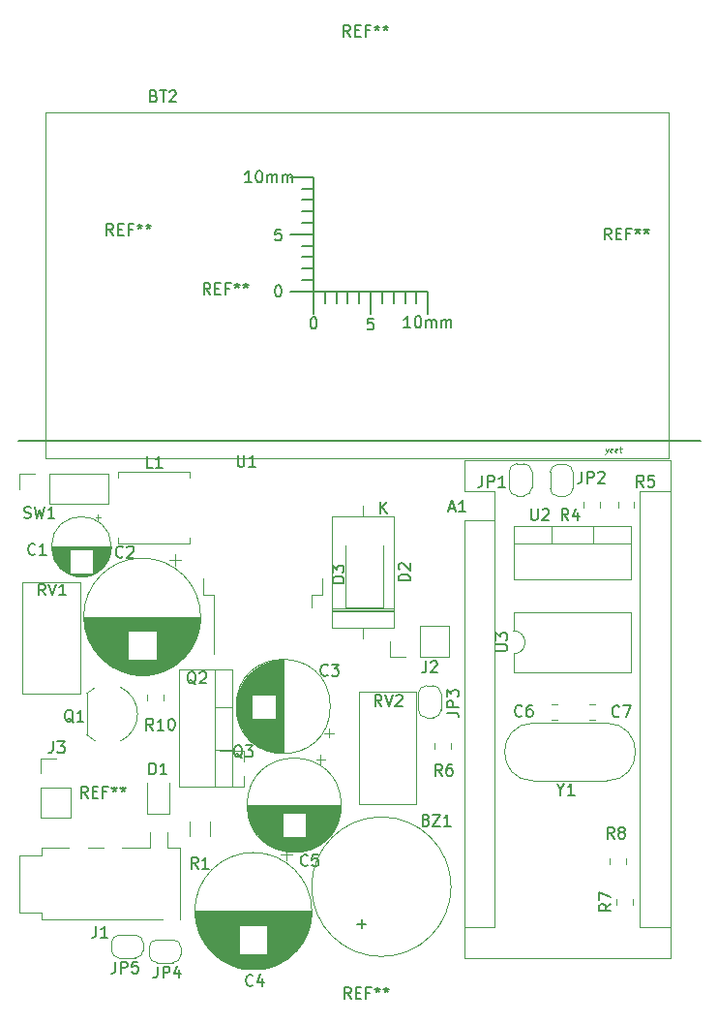
<source format=gbr>
G04 #@! TF.GenerationSoftware,KiCad,Pcbnew,(5.0.2)-1*
G04 #@! TF.CreationDate,2019-04-21T19:49:24-04:00*
G04 #@! TF.ProjectId,_saved__saved_tDCS,5f736176-6564-45f5-9f73-617665645f74,rev?*
G04 #@! TF.SameCoordinates,Original*
G04 #@! TF.FileFunction,Legend,Top*
G04 #@! TF.FilePolarity,Positive*
%FSLAX46Y46*%
G04 Gerber Fmt 4.6, Leading zero omitted, Abs format (unit mm)*
G04 Created by KiCad (PCBNEW (5.0.2)-1) date 4/21/2019 7:49:24 PM*
%MOMM*%
%LPD*%
G01*
G04 APERTURE LIST*
%ADD10C,0.200000*%
%ADD11C,0.100000*%
%ADD12C,0.120000*%
%ADD13C,0.150000*%
G04 APERTURE END LIST*
D10*
X202760000Y-71490000D02*
X262440000Y-71520000D01*
D11*
X254159166Y-72162857D02*
X254236547Y-72496190D01*
X254397261Y-72162857D02*
X254236547Y-72496190D01*
X254174047Y-72615238D01*
X254147261Y-72639047D01*
X254096666Y-72662857D01*
X254739523Y-72472380D02*
X254688928Y-72496190D01*
X254593690Y-72496190D01*
X254549047Y-72472380D01*
X254531190Y-72424761D01*
X254555000Y-72234285D01*
X254584761Y-72186666D01*
X254635357Y-72162857D01*
X254730595Y-72162857D01*
X254775238Y-72186666D01*
X254793095Y-72234285D01*
X254787142Y-72281904D01*
X254543095Y-72329523D01*
X255168095Y-72472380D02*
X255117500Y-72496190D01*
X255022261Y-72496190D01*
X254977619Y-72472380D01*
X254959761Y-72424761D01*
X254983571Y-72234285D01*
X255013333Y-72186666D01*
X255063928Y-72162857D01*
X255159166Y-72162857D01*
X255203809Y-72186666D01*
X255221666Y-72234285D01*
X255215714Y-72281904D01*
X254971666Y-72329523D01*
X255373452Y-72162857D02*
X255563928Y-72162857D01*
X255465714Y-71996190D02*
X255412142Y-72424761D01*
X255430000Y-72472380D01*
X255474642Y-72496190D01*
X255522261Y-72496190D01*
D12*
G04 #@! TO.C,JP5*
X213000000Y-114700000D02*
G75*
G02X213700000Y-115400000I0J-700000D01*
G01*
X213700000Y-116000000D02*
G75*
G02X213000000Y-116700000I-700000J0D01*
G01*
X211600000Y-116700000D02*
G75*
G02X210900000Y-116000000I0J700000D01*
G01*
X210900000Y-115400000D02*
G75*
G02X211600000Y-114700000I700000J0D01*
G01*
X210900000Y-116000000D02*
X210900000Y-115400000D01*
X213000000Y-116700000D02*
X211600000Y-116700000D01*
X213700000Y-115400000D02*
X213700000Y-116000000D01*
X211600000Y-114700000D02*
X213000000Y-114700000D01*
G04 #@! TO.C,JP4*
X216300000Y-117100000D02*
X214900000Y-117100000D01*
X214200000Y-116400000D02*
X214200000Y-115800000D01*
X214900000Y-115100000D02*
X216300000Y-115100000D01*
X217000000Y-115800000D02*
X217000000Y-116400000D01*
X217000000Y-116400000D02*
G75*
G02X216300000Y-117100000I-700000J0D01*
G01*
X216300000Y-115100000D02*
G75*
G02X217000000Y-115800000I0J-700000D01*
G01*
X214200000Y-115800000D02*
G75*
G02X214900000Y-115100000I700000J0D01*
G01*
X214900000Y-117100000D02*
G75*
G02X214200000Y-116400000I0J700000D01*
G01*
G04 #@! TO.C,R5*
X256660000Y-77371078D02*
X256660000Y-76853922D01*
X255240000Y-77371078D02*
X255240000Y-76853922D01*
G04 #@! TO.C,RV1*
X203115000Y-83855000D02*
X203115000Y-93625000D01*
X208185000Y-83855000D02*
X208185000Y-93625000D01*
X203115000Y-93625000D02*
X208185000Y-93625000D01*
X203115000Y-83855000D02*
X208185000Y-83855000D01*
G04 #@! TO.C,BZ1*
X240630000Y-110470000D02*
G75*
G03X240630000Y-110470000I-6100000J0D01*
G01*
G04 #@! TO.C,BT2*
X259680000Y-73012000D02*
X205180000Y-73012000D01*
X205180000Y-73012000D02*
X205180000Y-42812000D01*
X205180000Y-42812000D02*
X259680000Y-42812000D01*
X259680000Y-42812000D02*
X259680000Y-73012000D01*
G04 #@! TO.C,A1*
X244450000Y-78440000D02*
X244450000Y-75900000D01*
X244450000Y-75900000D02*
X241780000Y-75900000D01*
X241780000Y-78440000D02*
X241780000Y-116670000D01*
X241780000Y-73230000D02*
X241780000Y-75900000D01*
X257150000Y-75900000D02*
X259820000Y-75900000D01*
X257150000Y-75900000D02*
X257150000Y-114000000D01*
X257150000Y-114000000D02*
X259820000Y-114000000D01*
X244450000Y-78440000D02*
X241780000Y-78440000D01*
X244450000Y-78440000D02*
X244450000Y-114000000D01*
X244450000Y-114000000D02*
X241780000Y-114000000D01*
X241780000Y-116670000D02*
X259820000Y-116670000D01*
X259820000Y-116670000D02*
X259820000Y-73230000D01*
X259820000Y-73230000D02*
X241780000Y-73230000D01*
G04 #@! TO.C,C1*
X210900000Y-80752000D02*
G75*
G03X210900000Y-80752000I-2620000J0D01*
G01*
X210860000Y-80752000D02*
X205700000Y-80752000D01*
X210860000Y-80792000D02*
X205700000Y-80792000D01*
X210859000Y-80832000D02*
X205701000Y-80832000D01*
X210858000Y-80872000D02*
X205702000Y-80872000D01*
X210856000Y-80912000D02*
X205704000Y-80912000D01*
X210853000Y-80952000D02*
X205707000Y-80952000D01*
X210849000Y-80992000D02*
X209320000Y-80992000D01*
X207240000Y-80992000D02*
X205711000Y-80992000D01*
X210845000Y-81032000D02*
X209320000Y-81032000D01*
X207240000Y-81032000D02*
X205715000Y-81032000D01*
X210841000Y-81072000D02*
X209320000Y-81072000D01*
X207240000Y-81072000D02*
X205719000Y-81072000D01*
X210836000Y-81112000D02*
X209320000Y-81112000D01*
X207240000Y-81112000D02*
X205724000Y-81112000D01*
X210830000Y-81152000D02*
X209320000Y-81152000D01*
X207240000Y-81152000D02*
X205730000Y-81152000D01*
X210823000Y-81192000D02*
X209320000Y-81192000D01*
X207240000Y-81192000D02*
X205737000Y-81192000D01*
X210816000Y-81232000D02*
X209320000Y-81232000D01*
X207240000Y-81232000D02*
X205744000Y-81232000D01*
X210808000Y-81272000D02*
X209320000Y-81272000D01*
X207240000Y-81272000D02*
X205752000Y-81272000D01*
X210800000Y-81312000D02*
X209320000Y-81312000D01*
X207240000Y-81312000D02*
X205760000Y-81312000D01*
X210791000Y-81352000D02*
X209320000Y-81352000D01*
X207240000Y-81352000D02*
X205769000Y-81352000D01*
X210781000Y-81392000D02*
X209320000Y-81392000D01*
X207240000Y-81392000D02*
X205779000Y-81392000D01*
X210771000Y-81432000D02*
X209320000Y-81432000D01*
X207240000Y-81432000D02*
X205789000Y-81432000D01*
X210760000Y-81473000D02*
X209320000Y-81473000D01*
X207240000Y-81473000D02*
X205800000Y-81473000D01*
X210748000Y-81513000D02*
X209320000Y-81513000D01*
X207240000Y-81513000D02*
X205812000Y-81513000D01*
X210735000Y-81553000D02*
X209320000Y-81553000D01*
X207240000Y-81553000D02*
X205825000Y-81553000D01*
X210722000Y-81593000D02*
X209320000Y-81593000D01*
X207240000Y-81593000D02*
X205838000Y-81593000D01*
X210708000Y-81633000D02*
X209320000Y-81633000D01*
X207240000Y-81633000D02*
X205852000Y-81633000D01*
X210694000Y-81673000D02*
X209320000Y-81673000D01*
X207240000Y-81673000D02*
X205866000Y-81673000D01*
X210678000Y-81713000D02*
X209320000Y-81713000D01*
X207240000Y-81713000D02*
X205882000Y-81713000D01*
X210662000Y-81753000D02*
X209320000Y-81753000D01*
X207240000Y-81753000D02*
X205898000Y-81753000D01*
X210645000Y-81793000D02*
X209320000Y-81793000D01*
X207240000Y-81793000D02*
X205915000Y-81793000D01*
X210628000Y-81833000D02*
X209320000Y-81833000D01*
X207240000Y-81833000D02*
X205932000Y-81833000D01*
X210609000Y-81873000D02*
X209320000Y-81873000D01*
X207240000Y-81873000D02*
X205951000Y-81873000D01*
X210590000Y-81913000D02*
X209320000Y-81913000D01*
X207240000Y-81913000D02*
X205970000Y-81913000D01*
X210570000Y-81953000D02*
X209320000Y-81953000D01*
X207240000Y-81953000D02*
X205990000Y-81953000D01*
X210548000Y-81993000D02*
X209320000Y-81993000D01*
X207240000Y-81993000D02*
X206012000Y-81993000D01*
X210527000Y-82033000D02*
X209320000Y-82033000D01*
X207240000Y-82033000D02*
X206033000Y-82033000D01*
X210504000Y-82073000D02*
X209320000Y-82073000D01*
X207240000Y-82073000D02*
X206056000Y-82073000D01*
X210480000Y-82113000D02*
X209320000Y-82113000D01*
X207240000Y-82113000D02*
X206080000Y-82113000D01*
X210455000Y-82153000D02*
X209320000Y-82153000D01*
X207240000Y-82153000D02*
X206105000Y-82153000D01*
X210429000Y-82193000D02*
X209320000Y-82193000D01*
X207240000Y-82193000D02*
X206131000Y-82193000D01*
X210402000Y-82233000D02*
X209320000Y-82233000D01*
X207240000Y-82233000D02*
X206158000Y-82233000D01*
X210375000Y-82273000D02*
X209320000Y-82273000D01*
X207240000Y-82273000D02*
X206185000Y-82273000D01*
X210345000Y-82313000D02*
X209320000Y-82313000D01*
X207240000Y-82313000D02*
X206215000Y-82313000D01*
X210315000Y-82353000D02*
X209320000Y-82353000D01*
X207240000Y-82353000D02*
X206245000Y-82353000D01*
X210284000Y-82393000D02*
X209320000Y-82393000D01*
X207240000Y-82393000D02*
X206276000Y-82393000D01*
X210251000Y-82433000D02*
X209320000Y-82433000D01*
X207240000Y-82433000D02*
X206309000Y-82433000D01*
X210217000Y-82473000D02*
X209320000Y-82473000D01*
X207240000Y-82473000D02*
X206343000Y-82473000D01*
X210181000Y-82513000D02*
X209320000Y-82513000D01*
X207240000Y-82513000D02*
X206379000Y-82513000D01*
X210144000Y-82553000D02*
X209320000Y-82553000D01*
X207240000Y-82553000D02*
X206416000Y-82553000D01*
X210106000Y-82593000D02*
X209320000Y-82593000D01*
X207240000Y-82593000D02*
X206454000Y-82593000D01*
X210065000Y-82633000D02*
X209320000Y-82633000D01*
X207240000Y-82633000D02*
X206495000Y-82633000D01*
X210023000Y-82673000D02*
X209320000Y-82673000D01*
X207240000Y-82673000D02*
X206537000Y-82673000D01*
X209979000Y-82713000D02*
X209320000Y-82713000D01*
X207240000Y-82713000D02*
X206581000Y-82713000D01*
X209933000Y-82753000D02*
X209320000Y-82753000D01*
X207240000Y-82753000D02*
X206627000Y-82753000D01*
X209885000Y-82793000D02*
X209320000Y-82793000D01*
X207240000Y-82793000D02*
X206675000Y-82793000D01*
X209834000Y-82833000D02*
X209320000Y-82833000D01*
X207240000Y-82833000D02*
X206726000Y-82833000D01*
X209780000Y-82873000D02*
X209320000Y-82873000D01*
X207240000Y-82873000D02*
X206780000Y-82873000D01*
X209723000Y-82913000D02*
X209320000Y-82913000D01*
X207240000Y-82913000D02*
X206837000Y-82913000D01*
X209663000Y-82953000D02*
X209320000Y-82953000D01*
X207240000Y-82953000D02*
X206897000Y-82953000D01*
X209599000Y-82993000D02*
X209320000Y-82993000D01*
X207240000Y-82993000D02*
X206961000Y-82993000D01*
X209531000Y-83033000D02*
X209320000Y-83033000D01*
X207240000Y-83033000D02*
X207029000Y-83033000D01*
X209458000Y-83073000D02*
X207102000Y-83073000D01*
X209378000Y-83113000D02*
X207182000Y-83113000D01*
X209291000Y-83153000D02*
X207269000Y-83153000D01*
X209195000Y-83193000D02*
X207365000Y-83193000D01*
X209085000Y-83233000D02*
X207475000Y-83233000D01*
X208957000Y-83273000D02*
X207603000Y-83273000D01*
X208798000Y-83313000D02*
X207762000Y-83313000D01*
X208564000Y-83353000D02*
X207996000Y-83353000D01*
X209755000Y-77947225D02*
X209755000Y-78447225D01*
X210005000Y-78197225D02*
X209505000Y-78197225D01*
G04 #@! TO.C,C2*
X216975000Y-81890354D02*
X215975000Y-81890354D01*
X216475000Y-81390354D02*
X216475000Y-82390354D01*
X214199000Y-91951000D02*
X213001000Y-91951000D01*
X214462000Y-91911000D02*
X212738000Y-91911000D01*
X214662000Y-91871000D02*
X212538000Y-91871000D01*
X214830000Y-91831000D02*
X212370000Y-91831000D01*
X214978000Y-91791000D02*
X212222000Y-91791000D01*
X215110000Y-91751000D02*
X212090000Y-91751000D01*
X215230000Y-91711000D02*
X211970000Y-91711000D01*
X215342000Y-91671000D02*
X211858000Y-91671000D01*
X215446000Y-91631000D02*
X211754000Y-91631000D01*
X215544000Y-91591000D02*
X211656000Y-91591000D01*
X215637000Y-91551000D02*
X211563000Y-91551000D01*
X215725000Y-91511000D02*
X211475000Y-91511000D01*
X215809000Y-91471000D02*
X211391000Y-91471000D01*
X215889000Y-91431000D02*
X211311000Y-91431000D01*
X215965000Y-91391000D02*
X211235000Y-91391000D01*
X216039000Y-91351000D02*
X211161000Y-91351000D01*
X216110000Y-91311000D02*
X211090000Y-91311000D01*
X216179000Y-91271000D02*
X211021000Y-91271000D01*
X216245000Y-91231000D02*
X210955000Y-91231000D01*
X216309000Y-91191000D02*
X210891000Y-91191000D01*
X216370000Y-91151000D02*
X210830000Y-91151000D01*
X216430000Y-91111000D02*
X210770000Y-91111000D01*
X216489000Y-91071000D02*
X210711000Y-91071000D01*
X216545000Y-91031000D02*
X210655000Y-91031000D01*
X216600000Y-90991000D02*
X210600000Y-90991000D01*
X216654000Y-90951000D02*
X210546000Y-90951000D01*
X216706000Y-90911000D02*
X210494000Y-90911000D01*
X216756000Y-90871000D02*
X210444000Y-90871000D01*
X216806000Y-90831000D02*
X210394000Y-90831000D01*
X216854000Y-90791000D02*
X210346000Y-90791000D01*
X216901000Y-90751000D02*
X210299000Y-90751000D01*
X216947000Y-90711000D02*
X210253000Y-90711000D01*
X216992000Y-90671000D02*
X210208000Y-90671000D01*
X217036000Y-90631000D02*
X210164000Y-90631000D01*
X212359000Y-90591000D02*
X210122000Y-90591000D01*
X217078000Y-90591000D02*
X214841000Y-90591000D01*
X212359000Y-90551000D02*
X210080000Y-90551000D01*
X217120000Y-90551000D02*
X214841000Y-90551000D01*
X212359000Y-90511000D02*
X210039000Y-90511000D01*
X217161000Y-90511000D02*
X214841000Y-90511000D01*
X212359000Y-90471000D02*
X209999000Y-90471000D01*
X217201000Y-90471000D02*
X214841000Y-90471000D01*
X212359000Y-90431000D02*
X209960000Y-90431000D01*
X217240000Y-90431000D02*
X214841000Y-90431000D01*
X212359000Y-90391000D02*
X209921000Y-90391000D01*
X217279000Y-90391000D02*
X214841000Y-90391000D01*
X212359000Y-90351000D02*
X209884000Y-90351000D01*
X217316000Y-90351000D02*
X214841000Y-90351000D01*
X212359000Y-90311000D02*
X209847000Y-90311000D01*
X217353000Y-90311000D02*
X214841000Y-90311000D01*
X212359000Y-90271000D02*
X209811000Y-90271000D01*
X217389000Y-90271000D02*
X214841000Y-90271000D01*
X212359000Y-90231000D02*
X209776000Y-90231000D01*
X217424000Y-90231000D02*
X214841000Y-90231000D01*
X212359000Y-90191000D02*
X209742000Y-90191000D01*
X217458000Y-90191000D02*
X214841000Y-90191000D01*
X212359000Y-90151000D02*
X209708000Y-90151000D01*
X217492000Y-90151000D02*
X214841000Y-90151000D01*
X212359000Y-90111000D02*
X209675000Y-90111000D01*
X217525000Y-90111000D02*
X214841000Y-90111000D01*
X212359000Y-90071000D02*
X209643000Y-90071000D01*
X217557000Y-90071000D02*
X214841000Y-90071000D01*
X212359000Y-90031000D02*
X209611000Y-90031000D01*
X217589000Y-90031000D02*
X214841000Y-90031000D01*
X212359000Y-89991000D02*
X209580000Y-89991000D01*
X217620000Y-89991000D02*
X214841000Y-89991000D01*
X212359000Y-89951000D02*
X209550000Y-89951000D01*
X217650000Y-89951000D02*
X214841000Y-89951000D01*
X212359000Y-89911000D02*
X209520000Y-89911000D01*
X217680000Y-89911000D02*
X214841000Y-89911000D01*
X212359000Y-89871000D02*
X209490000Y-89871000D01*
X217710000Y-89871000D02*
X214841000Y-89871000D01*
X212359000Y-89831000D02*
X209462000Y-89831000D01*
X217738000Y-89831000D02*
X214841000Y-89831000D01*
X212359000Y-89791000D02*
X209434000Y-89791000D01*
X217766000Y-89791000D02*
X214841000Y-89791000D01*
X212359000Y-89751000D02*
X209406000Y-89751000D01*
X217794000Y-89751000D02*
X214841000Y-89751000D01*
X212359000Y-89711000D02*
X209379000Y-89711000D01*
X217821000Y-89711000D02*
X214841000Y-89711000D01*
X212359000Y-89671000D02*
X209353000Y-89671000D01*
X217847000Y-89671000D02*
X214841000Y-89671000D01*
X212359000Y-89631000D02*
X209327000Y-89631000D01*
X217873000Y-89631000D02*
X214841000Y-89631000D01*
X212359000Y-89591000D02*
X209302000Y-89591000D01*
X217898000Y-89591000D02*
X214841000Y-89591000D01*
X212359000Y-89551000D02*
X209277000Y-89551000D01*
X217923000Y-89551000D02*
X214841000Y-89551000D01*
X212359000Y-89511000D02*
X209253000Y-89511000D01*
X217947000Y-89511000D02*
X214841000Y-89511000D01*
X212359000Y-89471000D02*
X209229000Y-89471000D01*
X217971000Y-89471000D02*
X214841000Y-89471000D01*
X212359000Y-89431000D02*
X209205000Y-89431000D01*
X217995000Y-89431000D02*
X214841000Y-89431000D01*
X212359000Y-89391000D02*
X209183000Y-89391000D01*
X218017000Y-89391000D02*
X214841000Y-89391000D01*
X212359000Y-89351000D02*
X209160000Y-89351000D01*
X218040000Y-89351000D02*
X214841000Y-89351000D01*
X212359000Y-89311000D02*
X209138000Y-89311000D01*
X218062000Y-89311000D02*
X214841000Y-89311000D01*
X212359000Y-89271000D02*
X209117000Y-89271000D01*
X218083000Y-89271000D02*
X214841000Y-89271000D01*
X212359000Y-89231000D02*
X209096000Y-89231000D01*
X218104000Y-89231000D02*
X214841000Y-89231000D01*
X212359000Y-89191000D02*
X209075000Y-89191000D01*
X218125000Y-89191000D02*
X214841000Y-89191000D01*
X212359000Y-89151000D02*
X209055000Y-89151000D01*
X218145000Y-89151000D02*
X214841000Y-89151000D01*
X212359000Y-89111000D02*
X209036000Y-89111000D01*
X218164000Y-89111000D02*
X214841000Y-89111000D01*
X212359000Y-89071000D02*
X209016000Y-89071000D01*
X218184000Y-89071000D02*
X214841000Y-89071000D01*
X212359000Y-89031000D02*
X208997000Y-89031000D01*
X218203000Y-89031000D02*
X214841000Y-89031000D01*
X212359000Y-88991000D02*
X208979000Y-88991000D01*
X218221000Y-88991000D02*
X214841000Y-88991000D01*
X212359000Y-88951000D02*
X208961000Y-88951000D01*
X218239000Y-88951000D02*
X214841000Y-88951000D01*
X212359000Y-88911000D02*
X208943000Y-88911000D01*
X218257000Y-88911000D02*
X214841000Y-88911000D01*
X212359000Y-88871000D02*
X208926000Y-88871000D01*
X218274000Y-88871000D02*
X214841000Y-88871000D01*
X212359000Y-88831000D02*
X208910000Y-88831000D01*
X218290000Y-88831000D02*
X214841000Y-88831000D01*
X212359000Y-88791000D02*
X208893000Y-88791000D01*
X218307000Y-88791000D02*
X214841000Y-88791000D01*
X212359000Y-88751000D02*
X208877000Y-88751000D01*
X218323000Y-88751000D02*
X214841000Y-88751000D01*
X212359000Y-88711000D02*
X208862000Y-88711000D01*
X218338000Y-88711000D02*
X214841000Y-88711000D01*
X212359000Y-88671000D02*
X208846000Y-88671000D01*
X218354000Y-88671000D02*
X214841000Y-88671000D01*
X212359000Y-88631000D02*
X208832000Y-88631000D01*
X218368000Y-88631000D02*
X214841000Y-88631000D01*
X212359000Y-88591000D02*
X208817000Y-88591000D01*
X218383000Y-88591000D02*
X214841000Y-88591000D01*
X212359000Y-88551000D02*
X208803000Y-88551000D01*
X218397000Y-88551000D02*
X214841000Y-88551000D01*
X212359000Y-88511000D02*
X208789000Y-88511000D01*
X218411000Y-88511000D02*
X214841000Y-88511000D01*
X212359000Y-88471000D02*
X208776000Y-88471000D01*
X218424000Y-88471000D02*
X214841000Y-88471000D01*
X212359000Y-88431000D02*
X208763000Y-88431000D01*
X218437000Y-88431000D02*
X214841000Y-88431000D01*
X212359000Y-88391000D02*
X208750000Y-88391000D01*
X218450000Y-88391000D02*
X214841000Y-88391000D01*
X212359000Y-88351000D02*
X208738000Y-88351000D01*
X218462000Y-88351000D02*
X214841000Y-88351000D01*
X212359000Y-88311000D02*
X208726000Y-88311000D01*
X218474000Y-88311000D02*
X214841000Y-88311000D01*
X212359000Y-88271000D02*
X208715000Y-88271000D01*
X218485000Y-88271000D02*
X214841000Y-88271000D01*
X212359000Y-88231000D02*
X208703000Y-88231000D01*
X218497000Y-88231000D02*
X214841000Y-88231000D01*
X212359000Y-88191000D02*
X208693000Y-88191000D01*
X218507000Y-88191000D02*
X214841000Y-88191000D01*
X212359000Y-88151000D02*
X208682000Y-88151000D01*
X218518000Y-88151000D02*
X214841000Y-88151000D01*
X218528000Y-88111000D02*
X208672000Y-88111000D01*
X218538000Y-88071000D02*
X208662000Y-88071000D01*
X218547000Y-88031000D02*
X208653000Y-88031000D01*
X218556000Y-87991000D02*
X208644000Y-87991000D01*
X218565000Y-87951000D02*
X208635000Y-87951000D01*
X218574000Y-87911000D02*
X208626000Y-87911000D01*
X218582000Y-87871000D02*
X208618000Y-87871000D01*
X218590000Y-87831000D02*
X208610000Y-87831000D01*
X218597000Y-87791000D02*
X208603000Y-87791000D01*
X218604000Y-87751000D02*
X208596000Y-87751000D01*
X218611000Y-87711000D02*
X208589000Y-87711000D01*
X218618000Y-87671000D02*
X208582000Y-87671000D01*
X218624000Y-87631000D02*
X208576000Y-87631000D01*
X218630000Y-87591000D02*
X208570000Y-87591000D01*
X218635000Y-87550000D02*
X208565000Y-87550000D01*
X218640000Y-87510000D02*
X208560000Y-87510000D01*
X218645000Y-87470000D02*
X208555000Y-87470000D01*
X218650000Y-87430000D02*
X208550000Y-87430000D01*
X218654000Y-87390000D02*
X208546000Y-87390000D01*
X218658000Y-87350000D02*
X208542000Y-87350000D01*
X218662000Y-87310000D02*
X208538000Y-87310000D01*
X218665000Y-87270000D02*
X208535000Y-87270000D01*
X218668000Y-87230000D02*
X208532000Y-87230000D01*
X218670000Y-87190000D02*
X208530000Y-87190000D01*
X218673000Y-87150000D02*
X208527000Y-87150000D01*
X218675000Y-87110000D02*
X208525000Y-87110000D01*
X218677000Y-87070000D02*
X208523000Y-87070000D01*
X218678000Y-87030000D02*
X208522000Y-87030000D01*
X218679000Y-86990000D02*
X208521000Y-86990000D01*
X218680000Y-86950000D02*
X208520000Y-86950000D01*
X218680000Y-86910000D02*
X208520000Y-86910000D01*
X218680000Y-86870000D02*
X208520000Y-86870000D01*
X218720000Y-86870000D02*
G75*
G03X218720000Y-86870000I-5120000J0D01*
G01*
G04 #@! TO.C,C3*
X230060000Y-94720000D02*
G75*
G03X230060000Y-94720000I-4120000J0D01*
G01*
X225940000Y-98800000D02*
X225940000Y-90640000D01*
X225900000Y-98800000D02*
X225900000Y-90640000D01*
X225860000Y-98800000D02*
X225860000Y-90640000D01*
X225820000Y-98799000D02*
X225820000Y-90641000D01*
X225780000Y-98797000D02*
X225780000Y-90643000D01*
X225740000Y-98796000D02*
X225740000Y-90644000D01*
X225700000Y-98794000D02*
X225700000Y-90646000D01*
X225660000Y-98791000D02*
X225660000Y-90649000D01*
X225620000Y-98788000D02*
X225620000Y-90652000D01*
X225580000Y-98785000D02*
X225580000Y-90655000D01*
X225540000Y-98781000D02*
X225540000Y-90659000D01*
X225500000Y-98777000D02*
X225500000Y-90663000D01*
X225460000Y-98772000D02*
X225460000Y-90668000D01*
X225420000Y-98768000D02*
X225420000Y-90672000D01*
X225380000Y-98762000D02*
X225380000Y-90678000D01*
X225340000Y-98757000D02*
X225340000Y-90683000D01*
X225300000Y-98750000D02*
X225300000Y-90690000D01*
X225260000Y-98744000D02*
X225260000Y-90696000D01*
X225219000Y-98737000D02*
X225219000Y-95760000D01*
X225219000Y-93680000D02*
X225219000Y-90703000D01*
X225179000Y-98730000D02*
X225179000Y-95760000D01*
X225179000Y-93680000D02*
X225179000Y-90710000D01*
X225139000Y-98722000D02*
X225139000Y-95760000D01*
X225139000Y-93680000D02*
X225139000Y-90718000D01*
X225099000Y-98714000D02*
X225099000Y-95760000D01*
X225099000Y-93680000D02*
X225099000Y-90726000D01*
X225059000Y-98705000D02*
X225059000Y-95760000D01*
X225059000Y-93680000D02*
X225059000Y-90735000D01*
X225019000Y-98696000D02*
X225019000Y-95760000D01*
X225019000Y-93680000D02*
X225019000Y-90744000D01*
X224979000Y-98687000D02*
X224979000Y-95760000D01*
X224979000Y-93680000D02*
X224979000Y-90753000D01*
X224939000Y-98677000D02*
X224939000Y-95760000D01*
X224939000Y-93680000D02*
X224939000Y-90763000D01*
X224899000Y-98667000D02*
X224899000Y-95760000D01*
X224899000Y-93680000D02*
X224899000Y-90773000D01*
X224859000Y-98656000D02*
X224859000Y-95760000D01*
X224859000Y-93680000D02*
X224859000Y-90784000D01*
X224819000Y-98645000D02*
X224819000Y-95760000D01*
X224819000Y-93680000D02*
X224819000Y-90795000D01*
X224779000Y-98634000D02*
X224779000Y-95760000D01*
X224779000Y-93680000D02*
X224779000Y-90806000D01*
X224739000Y-98622000D02*
X224739000Y-95760000D01*
X224739000Y-93680000D02*
X224739000Y-90818000D01*
X224699000Y-98609000D02*
X224699000Y-95760000D01*
X224699000Y-93680000D02*
X224699000Y-90831000D01*
X224659000Y-98597000D02*
X224659000Y-95760000D01*
X224659000Y-93680000D02*
X224659000Y-90843000D01*
X224619000Y-98583000D02*
X224619000Y-95760000D01*
X224619000Y-93680000D02*
X224619000Y-90857000D01*
X224579000Y-98570000D02*
X224579000Y-95760000D01*
X224579000Y-93680000D02*
X224579000Y-90870000D01*
X224539000Y-98555000D02*
X224539000Y-95760000D01*
X224539000Y-93680000D02*
X224539000Y-90885000D01*
X224499000Y-98541000D02*
X224499000Y-95760000D01*
X224499000Y-93680000D02*
X224499000Y-90899000D01*
X224459000Y-98525000D02*
X224459000Y-95760000D01*
X224459000Y-93680000D02*
X224459000Y-90915000D01*
X224419000Y-98510000D02*
X224419000Y-95760000D01*
X224419000Y-93680000D02*
X224419000Y-90930000D01*
X224379000Y-98494000D02*
X224379000Y-95760000D01*
X224379000Y-93680000D02*
X224379000Y-90946000D01*
X224339000Y-98477000D02*
X224339000Y-95760000D01*
X224339000Y-93680000D02*
X224339000Y-90963000D01*
X224299000Y-98460000D02*
X224299000Y-95760000D01*
X224299000Y-93680000D02*
X224299000Y-90980000D01*
X224259000Y-98442000D02*
X224259000Y-95760000D01*
X224259000Y-93680000D02*
X224259000Y-90998000D01*
X224219000Y-98424000D02*
X224219000Y-95760000D01*
X224219000Y-93680000D02*
X224219000Y-91016000D01*
X224179000Y-98406000D02*
X224179000Y-95760000D01*
X224179000Y-93680000D02*
X224179000Y-91034000D01*
X224139000Y-98386000D02*
X224139000Y-95760000D01*
X224139000Y-93680000D02*
X224139000Y-91054000D01*
X224099000Y-98367000D02*
X224099000Y-95760000D01*
X224099000Y-93680000D02*
X224099000Y-91073000D01*
X224059000Y-98347000D02*
X224059000Y-95760000D01*
X224059000Y-93680000D02*
X224059000Y-91093000D01*
X224019000Y-98326000D02*
X224019000Y-95760000D01*
X224019000Y-93680000D02*
X224019000Y-91114000D01*
X223979000Y-98304000D02*
X223979000Y-95760000D01*
X223979000Y-93680000D02*
X223979000Y-91136000D01*
X223939000Y-98282000D02*
X223939000Y-95760000D01*
X223939000Y-93680000D02*
X223939000Y-91158000D01*
X223899000Y-98260000D02*
X223899000Y-95760000D01*
X223899000Y-93680000D02*
X223899000Y-91180000D01*
X223859000Y-98237000D02*
X223859000Y-95760000D01*
X223859000Y-93680000D02*
X223859000Y-91203000D01*
X223819000Y-98213000D02*
X223819000Y-95760000D01*
X223819000Y-93680000D02*
X223819000Y-91227000D01*
X223779000Y-98189000D02*
X223779000Y-95760000D01*
X223779000Y-93680000D02*
X223779000Y-91251000D01*
X223739000Y-98164000D02*
X223739000Y-95760000D01*
X223739000Y-93680000D02*
X223739000Y-91276000D01*
X223699000Y-98138000D02*
X223699000Y-95760000D01*
X223699000Y-93680000D02*
X223699000Y-91302000D01*
X223659000Y-98112000D02*
X223659000Y-95760000D01*
X223659000Y-93680000D02*
X223659000Y-91328000D01*
X223619000Y-98085000D02*
X223619000Y-95760000D01*
X223619000Y-93680000D02*
X223619000Y-91355000D01*
X223579000Y-98058000D02*
X223579000Y-95760000D01*
X223579000Y-93680000D02*
X223579000Y-91382000D01*
X223539000Y-98029000D02*
X223539000Y-95760000D01*
X223539000Y-93680000D02*
X223539000Y-91411000D01*
X223499000Y-98000000D02*
X223499000Y-95760000D01*
X223499000Y-93680000D02*
X223499000Y-91440000D01*
X223459000Y-97970000D02*
X223459000Y-95760000D01*
X223459000Y-93680000D02*
X223459000Y-91470000D01*
X223419000Y-97940000D02*
X223419000Y-95760000D01*
X223419000Y-93680000D02*
X223419000Y-91500000D01*
X223379000Y-97909000D02*
X223379000Y-95760000D01*
X223379000Y-93680000D02*
X223379000Y-91531000D01*
X223339000Y-97876000D02*
X223339000Y-95760000D01*
X223339000Y-93680000D02*
X223339000Y-91564000D01*
X223299000Y-97844000D02*
X223299000Y-95760000D01*
X223299000Y-93680000D02*
X223299000Y-91596000D01*
X223259000Y-97810000D02*
X223259000Y-95760000D01*
X223259000Y-93680000D02*
X223259000Y-91630000D01*
X223219000Y-97775000D02*
X223219000Y-95760000D01*
X223219000Y-93680000D02*
X223219000Y-91665000D01*
X223179000Y-97739000D02*
X223179000Y-95760000D01*
X223179000Y-93680000D02*
X223179000Y-91701000D01*
X223139000Y-97703000D02*
X223139000Y-91737000D01*
X223099000Y-97665000D02*
X223099000Y-91775000D01*
X223059000Y-97627000D02*
X223059000Y-91813000D01*
X223019000Y-97587000D02*
X223019000Y-91853000D01*
X222979000Y-97546000D02*
X222979000Y-91894000D01*
X222939000Y-97504000D02*
X222939000Y-91936000D01*
X222899000Y-97461000D02*
X222899000Y-91979000D01*
X222859000Y-97417000D02*
X222859000Y-92023000D01*
X222819000Y-97371000D02*
X222819000Y-92069000D01*
X222779000Y-97324000D02*
X222779000Y-92116000D01*
X222739000Y-97276000D02*
X222739000Y-92164000D01*
X222699000Y-97225000D02*
X222699000Y-92215000D01*
X222659000Y-97174000D02*
X222659000Y-92266000D01*
X222619000Y-97120000D02*
X222619000Y-92320000D01*
X222579000Y-97065000D02*
X222579000Y-92375000D01*
X222539000Y-97007000D02*
X222539000Y-92433000D01*
X222499000Y-96948000D02*
X222499000Y-92492000D01*
X222459000Y-96886000D02*
X222459000Y-92554000D01*
X222419000Y-96822000D02*
X222419000Y-92618000D01*
X222379000Y-96754000D02*
X222379000Y-92686000D01*
X222339000Y-96684000D02*
X222339000Y-92756000D01*
X222299000Y-96610000D02*
X222299000Y-92830000D01*
X222259000Y-96533000D02*
X222259000Y-92907000D01*
X222219000Y-96451000D02*
X222219000Y-92989000D01*
X222179000Y-96365000D02*
X222179000Y-93075000D01*
X222139000Y-96272000D02*
X222139000Y-93168000D01*
X222099000Y-96173000D02*
X222099000Y-93267000D01*
X222059000Y-96066000D02*
X222059000Y-93374000D01*
X222019000Y-95949000D02*
X222019000Y-93491000D01*
X221979000Y-95818000D02*
X221979000Y-93622000D01*
X221939000Y-95668000D02*
X221939000Y-93772000D01*
X221899000Y-95488000D02*
X221899000Y-93952000D01*
X221859000Y-95253000D02*
X221859000Y-94187000D01*
X230349698Y-97035000D02*
X229549698Y-97035000D01*
X229949698Y-97435000D02*
X229949698Y-96635000D01*
G04 #@! TO.C,C4*
X228445000Y-112600000D02*
G75*
G03X228445000Y-112600000I-5120000J0D01*
G01*
X228405000Y-112600000D02*
X218245000Y-112600000D01*
X228405000Y-112640000D02*
X218245000Y-112640000D01*
X228405000Y-112680000D02*
X218245000Y-112680000D01*
X228404000Y-112720000D02*
X218246000Y-112720000D01*
X228403000Y-112760000D02*
X218247000Y-112760000D01*
X228402000Y-112800000D02*
X218248000Y-112800000D01*
X228400000Y-112840000D02*
X218250000Y-112840000D01*
X228398000Y-112880000D02*
X218252000Y-112880000D01*
X228395000Y-112920000D02*
X218255000Y-112920000D01*
X228393000Y-112960000D02*
X218257000Y-112960000D01*
X228390000Y-113000000D02*
X218260000Y-113000000D01*
X228387000Y-113040000D02*
X218263000Y-113040000D01*
X228383000Y-113080000D02*
X218267000Y-113080000D01*
X228379000Y-113120000D02*
X218271000Y-113120000D01*
X228375000Y-113160000D02*
X218275000Y-113160000D01*
X228370000Y-113200000D02*
X218280000Y-113200000D01*
X228365000Y-113240000D02*
X218285000Y-113240000D01*
X228360000Y-113280000D02*
X218290000Y-113280000D01*
X228355000Y-113321000D02*
X218295000Y-113321000D01*
X228349000Y-113361000D02*
X218301000Y-113361000D01*
X228343000Y-113401000D02*
X218307000Y-113401000D01*
X228336000Y-113441000D02*
X218314000Y-113441000D01*
X228329000Y-113481000D02*
X218321000Y-113481000D01*
X228322000Y-113521000D02*
X218328000Y-113521000D01*
X228315000Y-113561000D02*
X218335000Y-113561000D01*
X228307000Y-113601000D02*
X218343000Y-113601000D01*
X228299000Y-113641000D02*
X218351000Y-113641000D01*
X228290000Y-113681000D02*
X218360000Y-113681000D01*
X228281000Y-113721000D02*
X218369000Y-113721000D01*
X228272000Y-113761000D02*
X218378000Y-113761000D01*
X228263000Y-113801000D02*
X218387000Y-113801000D01*
X228253000Y-113841000D02*
X218397000Y-113841000D01*
X228243000Y-113881000D02*
X224566000Y-113881000D01*
X222084000Y-113881000D02*
X218407000Y-113881000D01*
X228232000Y-113921000D02*
X224566000Y-113921000D01*
X222084000Y-113921000D02*
X218418000Y-113921000D01*
X228222000Y-113961000D02*
X224566000Y-113961000D01*
X222084000Y-113961000D02*
X218428000Y-113961000D01*
X228210000Y-114001000D02*
X224566000Y-114001000D01*
X222084000Y-114001000D02*
X218440000Y-114001000D01*
X228199000Y-114041000D02*
X224566000Y-114041000D01*
X222084000Y-114041000D02*
X218451000Y-114041000D01*
X228187000Y-114081000D02*
X224566000Y-114081000D01*
X222084000Y-114081000D02*
X218463000Y-114081000D01*
X228175000Y-114121000D02*
X224566000Y-114121000D01*
X222084000Y-114121000D02*
X218475000Y-114121000D01*
X228162000Y-114161000D02*
X224566000Y-114161000D01*
X222084000Y-114161000D02*
X218488000Y-114161000D01*
X228149000Y-114201000D02*
X224566000Y-114201000D01*
X222084000Y-114201000D02*
X218501000Y-114201000D01*
X228136000Y-114241000D02*
X224566000Y-114241000D01*
X222084000Y-114241000D02*
X218514000Y-114241000D01*
X228122000Y-114281000D02*
X224566000Y-114281000D01*
X222084000Y-114281000D02*
X218528000Y-114281000D01*
X228108000Y-114321000D02*
X224566000Y-114321000D01*
X222084000Y-114321000D02*
X218542000Y-114321000D01*
X228093000Y-114361000D02*
X224566000Y-114361000D01*
X222084000Y-114361000D02*
X218557000Y-114361000D01*
X228079000Y-114401000D02*
X224566000Y-114401000D01*
X222084000Y-114401000D02*
X218571000Y-114401000D01*
X228063000Y-114441000D02*
X224566000Y-114441000D01*
X222084000Y-114441000D02*
X218587000Y-114441000D01*
X228048000Y-114481000D02*
X224566000Y-114481000D01*
X222084000Y-114481000D02*
X218602000Y-114481000D01*
X228032000Y-114521000D02*
X224566000Y-114521000D01*
X222084000Y-114521000D02*
X218618000Y-114521000D01*
X228015000Y-114561000D02*
X224566000Y-114561000D01*
X222084000Y-114561000D02*
X218635000Y-114561000D01*
X227999000Y-114601000D02*
X224566000Y-114601000D01*
X222084000Y-114601000D02*
X218651000Y-114601000D01*
X227982000Y-114641000D02*
X224566000Y-114641000D01*
X222084000Y-114641000D02*
X218668000Y-114641000D01*
X227964000Y-114681000D02*
X224566000Y-114681000D01*
X222084000Y-114681000D02*
X218686000Y-114681000D01*
X227946000Y-114721000D02*
X224566000Y-114721000D01*
X222084000Y-114721000D02*
X218704000Y-114721000D01*
X227928000Y-114761000D02*
X224566000Y-114761000D01*
X222084000Y-114761000D02*
X218722000Y-114761000D01*
X227909000Y-114801000D02*
X224566000Y-114801000D01*
X222084000Y-114801000D02*
X218741000Y-114801000D01*
X227889000Y-114841000D02*
X224566000Y-114841000D01*
X222084000Y-114841000D02*
X218761000Y-114841000D01*
X227870000Y-114881000D02*
X224566000Y-114881000D01*
X222084000Y-114881000D02*
X218780000Y-114881000D01*
X227850000Y-114921000D02*
X224566000Y-114921000D01*
X222084000Y-114921000D02*
X218800000Y-114921000D01*
X227829000Y-114961000D02*
X224566000Y-114961000D01*
X222084000Y-114961000D02*
X218821000Y-114961000D01*
X227808000Y-115001000D02*
X224566000Y-115001000D01*
X222084000Y-115001000D02*
X218842000Y-115001000D01*
X227787000Y-115041000D02*
X224566000Y-115041000D01*
X222084000Y-115041000D02*
X218863000Y-115041000D01*
X227765000Y-115081000D02*
X224566000Y-115081000D01*
X222084000Y-115081000D02*
X218885000Y-115081000D01*
X227742000Y-115121000D02*
X224566000Y-115121000D01*
X222084000Y-115121000D02*
X218908000Y-115121000D01*
X227720000Y-115161000D02*
X224566000Y-115161000D01*
X222084000Y-115161000D02*
X218930000Y-115161000D01*
X227696000Y-115201000D02*
X224566000Y-115201000D01*
X222084000Y-115201000D02*
X218954000Y-115201000D01*
X227672000Y-115241000D02*
X224566000Y-115241000D01*
X222084000Y-115241000D02*
X218978000Y-115241000D01*
X227648000Y-115281000D02*
X224566000Y-115281000D01*
X222084000Y-115281000D02*
X219002000Y-115281000D01*
X227623000Y-115321000D02*
X224566000Y-115321000D01*
X222084000Y-115321000D02*
X219027000Y-115321000D01*
X227598000Y-115361000D02*
X224566000Y-115361000D01*
X222084000Y-115361000D02*
X219052000Y-115361000D01*
X227572000Y-115401000D02*
X224566000Y-115401000D01*
X222084000Y-115401000D02*
X219078000Y-115401000D01*
X227546000Y-115441000D02*
X224566000Y-115441000D01*
X222084000Y-115441000D02*
X219104000Y-115441000D01*
X227519000Y-115481000D02*
X224566000Y-115481000D01*
X222084000Y-115481000D02*
X219131000Y-115481000D01*
X227491000Y-115521000D02*
X224566000Y-115521000D01*
X222084000Y-115521000D02*
X219159000Y-115521000D01*
X227463000Y-115561000D02*
X224566000Y-115561000D01*
X222084000Y-115561000D02*
X219187000Y-115561000D01*
X227435000Y-115601000D02*
X224566000Y-115601000D01*
X222084000Y-115601000D02*
X219215000Y-115601000D01*
X227405000Y-115641000D02*
X224566000Y-115641000D01*
X222084000Y-115641000D02*
X219245000Y-115641000D01*
X227375000Y-115681000D02*
X224566000Y-115681000D01*
X222084000Y-115681000D02*
X219275000Y-115681000D01*
X227345000Y-115721000D02*
X224566000Y-115721000D01*
X222084000Y-115721000D02*
X219305000Y-115721000D01*
X227314000Y-115761000D02*
X224566000Y-115761000D01*
X222084000Y-115761000D02*
X219336000Y-115761000D01*
X227282000Y-115801000D02*
X224566000Y-115801000D01*
X222084000Y-115801000D02*
X219368000Y-115801000D01*
X227250000Y-115841000D02*
X224566000Y-115841000D01*
X222084000Y-115841000D02*
X219400000Y-115841000D01*
X227217000Y-115881000D02*
X224566000Y-115881000D01*
X222084000Y-115881000D02*
X219433000Y-115881000D01*
X227183000Y-115921000D02*
X224566000Y-115921000D01*
X222084000Y-115921000D02*
X219467000Y-115921000D01*
X227149000Y-115961000D02*
X224566000Y-115961000D01*
X222084000Y-115961000D02*
X219501000Y-115961000D01*
X227114000Y-116001000D02*
X224566000Y-116001000D01*
X222084000Y-116001000D02*
X219536000Y-116001000D01*
X227078000Y-116041000D02*
X224566000Y-116041000D01*
X222084000Y-116041000D02*
X219572000Y-116041000D01*
X227041000Y-116081000D02*
X224566000Y-116081000D01*
X222084000Y-116081000D02*
X219609000Y-116081000D01*
X227004000Y-116121000D02*
X224566000Y-116121000D01*
X222084000Y-116121000D02*
X219646000Y-116121000D01*
X226965000Y-116161000D02*
X224566000Y-116161000D01*
X222084000Y-116161000D02*
X219685000Y-116161000D01*
X226926000Y-116201000D02*
X224566000Y-116201000D01*
X222084000Y-116201000D02*
X219724000Y-116201000D01*
X226886000Y-116241000D02*
X224566000Y-116241000D01*
X222084000Y-116241000D02*
X219764000Y-116241000D01*
X226845000Y-116281000D02*
X224566000Y-116281000D01*
X222084000Y-116281000D02*
X219805000Y-116281000D01*
X226803000Y-116321000D02*
X224566000Y-116321000D01*
X222084000Y-116321000D02*
X219847000Y-116321000D01*
X226761000Y-116361000D02*
X219889000Y-116361000D01*
X226717000Y-116401000D02*
X219933000Y-116401000D01*
X226672000Y-116441000D02*
X219978000Y-116441000D01*
X226626000Y-116481000D02*
X220024000Y-116481000D01*
X226579000Y-116521000D02*
X220071000Y-116521000D01*
X226531000Y-116561000D02*
X220119000Y-116561000D01*
X226481000Y-116601000D02*
X220169000Y-116601000D01*
X226431000Y-116641000D02*
X220219000Y-116641000D01*
X226379000Y-116681000D02*
X220271000Y-116681000D01*
X226325000Y-116721000D02*
X220325000Y-116721000D01*
X226270000Y-116761000D02*
X220380000Y-116761000D01*
X226214000Y-116801000D02*
X220436000Y-116801000D01*
X226155000Y-116841000D02*
X220495000Y-116841000D01*
X226095000Y-116881000D02*
X220555000Y-116881000D01*
X226034000Y-116921000D02*
X220616000Y-116921000D01*
X225970000Y-116961000D02*
X220680000Y-116961000D01*
X225904000Y-117001000D02*
X220746000Y-117001000D01*
X225835000Y-117041000D02*
X220815000Y-117041000D01*
X225764000Y-117081000D02*
X220886000Y-117081000D01*
X225690000Y-117121000D02*
X220960000Y-117121000D01*
X225614000Y-117161000D02*
X221036000Y-117161000D01*
X225534000Y-117201000D02*
X221116000Y-117201000D01*
X225450000Y-117241000D02*
X221200000Y-117241000D01*
X225362000Y-117281000D02*
X221288000Y-117281000D01*
X225269000Y-117321000D02*
X221381000Y-117321000D01*
X225171000Y-117361000D02*
X221479000Y-117361000D01*
X225067000Y-117401000D02*
X221583000Y-117401000D01*
X224955000Y-117441000D02*
X221695000Y-117441000D01*
X224835000Y-117481000D02*
X221815000Y-117481000D01*
X224703000Y-117521000D02*
X221947000Y-117521000D01*
X224555000Y-117561000D02*
X222095000Y-117561000D01*
X224387000Y-117601000D02*
X222263000Y-117601000D01*
X224187000Y-117641000D02*
X222463000Y-117641000D01*
X223924000Y-117681000D02*
X222726000Y-117681000D01*
X226200000Y-107120354D02*
X226200000Y-108120354D01*
X226700000Y-107620354D02*
X225700000Y-107620354D01*
G04 #@! TO.C,C5*
X229615000Y-99340302D02*
X228815000Y-99340302D01*
X229215000Y-98940302D02*
X229215000Y-99740302D01*
X227433000Y-107431000D02*
X226367000Y-107431000D01*
X227668000Y-107391000D02*
X226132000Y-107391000D01*
X227848000Y-107351000D02*
X225952000Y-107351000D01*
X227998000Y-107311000D02*
X225802000Y-107311000D01*
X228129000Y-107271000D02*
X225671000Y-107271000D01*
X228246000Y-107231000D02*
X225554000Y-107231000D01*
X228353000Y-107191000D02*
X225447000Y-107191000D01*
X228452000Y-107151000D02*
X225348000Y-107151000D01*
X228545000Y-107111000D02*
X225255000Y-107111000D01*
X228631000Y-107071000D02*
X225169000Y-107071000D01*
X228713000Y-107031000D02*
X225087000Y-107031000D01*
X228790000Y-106991000D02*
X225010000Y-106991000D01*
X228864000Y-106951000D02*
X224936000Y-106951000D01*
X228934000Y-106911000D02*
X224866000Y-106911000D01*
X229002000Y-106871000D02*
X224798000Y-106871000D01*
X229066000Y-106831000D02*
X224734000Y-106831000D01*
X229128000Y-106791000D02*
X224672000Y-106791000D01*
X229187000Y-106751000D02*
X224613000Y-106751000D01*
X229245000Y-106711000D02*
X224555000Y-106711000D01*
X229300000Y-106671000D02*
X224500000Y-106671000D01*
X229354000Y-106631000D02*
X224446000Y-106631000D01*
X229405000Y-106591000D02*
X224395000Y-106591000D01*
X229456000Y-106551000D02*
X224344000Y-106551000D01*
X229504000Y-106511000D02*
X224296000Y-106511000D01*
X229551000Y-106471000D02*
X224249000Y-106471000D01*
X229597000Y-106431000D02*
X224203000Y-106431000D01*
X229641000Y-106391000D02*
X224159000Y-106391000D01*
X229684000Y-106351000D02*
X224116000Y-106351000D01*
X229726000Y-106311000D02*
X224074000Y-106311000D01*
X229767000Y-106271000D02*
X224033000Y-106271000D01*
X229807000Y-106231000D02*
X223993000Y-106231000D01*
X229845000Y-106191000D02*
X223955000Y-106191000D01*
X229883000Y-106151000D02*
X223917000Y-106151000D01*
X225860000Y-106111000D02*
X223881000Y-106111000D01*
X229919000Y-106111000D02*
X227940000Y-106111000D01*
X225860000Y-106071000D02*
X223845000Y-106071000D01*
X229955000Y-106071000D02*
X227940000Y-106071000D01*
X225860000Y-106031000D02*
X223810000Y-106031000D01*
X229990000Y-106031000D02*
X227940000Y-106031000D01*
X225860000Y-105991000D02*
X223776000Y-105991000D01*
X230024000Y-105991000D02*
X227940000Y-105991000D01*
X225860000Y-105951000D02*
X223744000Y-105951000D01*
X230056000Y-105951000D02*
X227940000Y-105951000D01*
X225860000Y-105911000D02*
X223711000Y-105911000D01*
X230089000Y-105911000D02*
X227940000Y-105911000D01*
X225860000Y-105871000D02*
X223680000Y-105871000D01*
X230120000Y-105871000D02*
X227940000Y-105871000D01*
X225860000Y-105831000D02*
X223650000Y-105831000D01*
X230150000Y-105831000D02*
X227940000Y-105831000D01*
X225860000Y-105791000D02*
X223620000Y-105791000D01*
X230180000Y-105791000D02*
X227940000Y-105791000D01*
X225860000Y-105751000D02*
X223591000Y-105751000D01*
X230209000Y-105751000D02*
X227940000Y-105751000D01*
X225860000Y-105711000D02*
X223562000Y-105711000D01*
X230238000Y-105711000D02*
X227940000Y-105711000D01*
X225860000Y-105671000D02*
X223535000Y-105671000D01*
X230265000Y-105671000D02*
X227940000Y-105671000D01*
X225860000Y-105631000D02*
X223508000Y-105631000D01*
X230292000Y-105631000D02*
X227940000Y-105631000D01*
X225860000Y-105591000D02*
X223482000Y-105591000D01*
X230318000Y-105591000D02*
X227940000Y-105591000D01*
X225860000Y-105551000D02*
X223456000Y-105551000D01*
X230344000Y-105551000D02*
X227940000Y-105551000D01*
X225860000Y-105511000D02*
X223431000Y-105511000D01*
X230369000Y-105511000D02*
X227940000Y-105511000D01*
X225860000Y-105471000D02*
X223407000Y-105471000D01*
X230393000Y-105471000D02*
X227940000Y-105471000D01*
X225860000Y-105431000D02*
X223383000Y-105431000D01*
X230417000Y-105431000D02*
X227940000Y-105431000D01*
X225860000Y-105391000D02*
X223360000Y-105391000D01*
X230440000Y-105391000D02*
X227940000Y-105391000D01*
X225860000Y-105351000D02*
X223338000Y-105351000D01*
X230462000Y-105351000D02*
X227940000Y-105351000D01*
X225860000Y-105311000D02*
X223316000Y-105311000D01*
X230484000Y-105311000D02*
X227940000Y-105311000D01*
X225860000Y-105271000D02*
X223294000Y-105271000D01*
X230506000Y-105271000D02*
X227940000Y-105271000D01*
X225860000Y-105231000D02*
X223273000Y-105231000D01*
X230527000Y-105231000D02*
X227940000Y-105231000D01*
X225860000Y-105191000D02*
X223253000Y-105191000D01*
X230547000Y-105191000D02*
X227940000Y-105191000D01*
X225860000Y-105151000D02*
X223234000Y-105151000D01*
X230566000Y-105151000D02*
X227940000Y-105151000D01*
X225860000Y-105111000D02*
X223214000Y-105111000D01*
X230586000Y-105111000D02*
X227940000Y-105111000D01*
X225860000Y-105071000D02*
X223196000Y-105071000D01*
X230604000Y-105071000D02*
X227940000Y-105071000D01*
X225860000Y-105031000D02*
X223178000Y-105031000D01*
X230622000Y-105031000D02*
X227940000Y-105031000D01*
X225860000Y-104991000D02*
X223160000Y-104991000D01*
X230640000Y-104991000D02*
X227940000Y-104991000D01*
X225860000Y-104951000D02*
X223143000Y-104951000D01*
X230657000Y-104951000D02*
X227940000Y-104951000D01*
X225860000Y-104911000D02*
X223126000Y-104911000D01*
X230674000Y-104911000D02*
X227940000Y-104911000D01*
X225860000Y-104871000D02*
X223110000Y-104871000D01*
X230690000Y-104871000D02*
X227940000Y-104871000D01*
X225860000Y-104831000D02*
X223095000Y-104831000D01*
X230705000Y-104831000D02*
X227940000Y-104831000D01*
X225860000Y-104791000D02*
X223079000Y-104791000D01*
X230721000Y-104791000D02*
X227940000Y-104791000D01*
X225860000Y-104751000D02*
X223065000Y-104751000D01*
X230735000Y-104751000D02*
X227940000Y-104751000D01*
X225860000Y-104711000D02*
X223050000Y-104711000D01*
X230750000Y-104711000D02*
X227940000Y-104711000D01*
X225860000Y-104671000D02*
X223037000Y-104671000D01*
X230763000Y-104671000D02*
X227940000Y-104671000D01*
X225860000Y-104631000D02*
X223023000Y-104631000D01*
X230777000Y-104631000D02*
X227940000Y-104631000D01*
X225860000Y-104591000D02*
X223011000Y-104591000D01*
X230789000Y-104591000D02*
X227940000Y-104591000D01*
X225860000Y-104551000D02*
X222998000Y-104551000D01*
X230802000Y-104551000D02*
X227940000Y-104551000D01*
X225860000Y-104511000D02*
X222986000Y-104511000D01*
X230814000Y-104511000D02*
X227940000Y-104511000D01*
X225860000Y-104471000D02*
X222975000Y-104471000D01*
X230825000Y-104471000D02*
X227940000Y-104471000D01*
X225860000Y-104431000D02*
X222964000Y-104431000D01*
X230836000Y-104431000D02*
X227940000Y-104431000D01*
X225860000Y-104391000D02*
X222953000Y-104391000D01*
X230847000Y-104391000D02*
X227940000Y-104391000D01*
X225860000Y-104351000D02*
X222943000Y-104351000D01*
X230857000Y-104351000D02*
X227940000Y-104351000D01*
X225860000Y-104311000D02*
X222933000Y-104311000D01*
X230867000Y-104311000D02*
X227940000Y-104311000D01*
X225860000Y-104271000D02*
X222924000Y-104271000D01*
X230876000Y-104271000D02*
X227940000Y-104271000D01*
X225860000Y-104231000D02*
X222915000Y-104231000D01*
X230885000Y-104231000D02*
X227940000Y-104231000D01*
X225860000Y-104191000D02*
X222906000Y-104191000D01*
X230894000Y-104191000D02*
X227940000Y-104191000D01*
X225860000Y-104151000D02*
X222898000Y-104151000D01*
X230902000Y-104151000D02*
X227940000Y-104151000D01*
X225860000Y-104111000D02*
X222890000Y-104111000D01*
X230910000Y-104111000D02*
X227940000Y-104111000D01*
X225860000Y-104071000D02*
X222883000Y-104071000D01*
X230917000Y-104071000D02*
X227940000Y-104071000D01*
X230924000Y-104030000D02*
X222876000Y-104030000D01*
X230930000Y-103990000D02*
X222870000Y-103990000D01*
X230937000Y-103950000D02*
X222863000Y-103950000D01*
X230942000Y-103910000D02*
X222858000Y-103910000D01*
X230948000Y-103870000D02*
X222852000Y-103870000D01*
X230952000Y-103830000D02*
X222848000Y-103830000D01*
X230957000Y-103790000D02*
X222843000Y-103790000D01*
X230961000Y-103750000D02*
X222839000Y-103750000D01*
X230965000Y-103710000D02*
X222835000Y-103710000D01*
X230968000Y-103670000D02*
X222832000Y-103670000D01*
X230971000Y-103630000D02*
X222829000Y-103630000D01*
X230974000Y-103590000D02*
X222826000Y-103590000D01*
X230976000Y-103550000D02*
X222824000Y-103550000D01*
X230977000Y-103510000D02*
X222823000Y-103510000D01*
X230979000Y-103470000D02*
X222821000Y-103470000D01*
X230980000Y-103430000D02*
X222820000Y-103430000D01*
X230980000Y-103390000D02*
X222820000Y-103390000D01*
X230980000Y-103350000D02*
X222820000Y-103350000D01*
X231020000Y-103350000D02*
G75*
G03X231020000Y-103350000I-4120000J0D01*
G01*
G04 #@! TO.C,D2*
X230180000Y-87850000D02*
X235620000Y-87850000D01*
X235620000Y-87850000D02*
X235620000Y-78110000D01*
X235620000Y-78110000D02*
X230180000Y-78110000D01*
X230180000Y-78110000D02*
X230180000Y-87850000D01*
X232900000Y-88760000D02*
X232900000Y-87850000D01*
X232900000Y-77200000D02*
X232900000Y-78110000D01*
X230180000Y-86305000D02*
X235620000Y-86305000D01*
X230180000Y-86185000D02*
X235620000Y-86185000D01*
X230180000Y-86425000D02*
X235620000Y-86425000D01*
G04 #@! TO.C,J2*
X235280000Y-90350000D02*
X235280000Y-89020000D01*
X236610000Y-90350000D02*
X235280000Y-90350000D01*
X237880000Y-90350000D02*
X237880000Y-87690000D01*
X237880000Y-87690000D02*
X240480000Y-87690000D01*
X237880000Y-90350000D02*
X240480000Y-90350000D01*
X240480000Y-90350000D02*
X240480000Y-87690000D01*
G04 #@! TO.C,J3*
X204720000Y-104430000D02*
X207380000Y-104430000D01*
X204720000Y-101830000D02*
X204720000Y-104430000D01*
X207380000Y-101830000D02*
X207380000Y-104430000D01*
X204720000Y-101830000D02*
X207380000Y-101830000D01*
X204720000Y-100560000D02*
X204720000Y-99230000D01*
X204720000Y-99230000D02*
X206050000Y-99230000D01*
G04 #@! TO.C,JP1*
X245700000Y-74200000D02*
G75*
G02X246400000Y-73500000I700000J0D01*
G01*
X247000000Y-73500000D02*
G75*
G02X247700000Y-74200000I0J-700000D01*
G01*
X247700000Y-75600000D02*
G75*
G02X247000000Y-76300000I-700000J0D01*
G01*
X246400000Y-76300000D02*
G75*
G02X245700000Y-75600000I0J700000D01*
G01*
X247000000Y-76300000D02*
X246400000Y-76300000D01*
X247700000Y-74200000D02*
X247700000Y-75600000D01*
X246400000Y-73500000D02*
X247000000Y-73500000D01*
X245700000Y-75600000D02*
X245700000Y-74200000D01*
G04 #@! TO.C,JP2*
X249300000Y-75650000D02*
X249300000Y-74250000D01*
X250000000Y-73550000D02*
X250600000Y-73550000D01*
X251300000Y-74250000D02*
X251300000Y-75650000D01*
X250600000Y-76350000D02*
X250000000Y-76350000D01*
X250000000Y-76350000D02*
G75*
G02X249300000Y-75650000I0J700000D01*
G01*
X251300000Y-75650000D02*
G75*
G02X250600000Y-76350000I-700000J0D01*
G01*
X250600000Y-73550000D02*
G75*
G02X251300000Y-74250000I0J-700000D01*
G01*
X249300000Y-74250000D02*
G75*
G02X250000000Y-73550000I700000J0D01*
G01*
G04 #@! TO.C,JP3*
X239760000Y-95000000D02*
G75*
G02X239060000Y-95700000I-700000J0D01*
G01*
X238460000Y-95700000D02*
G75*
G02X237760000Y-95000000I0J700000D01*
G01*
X237760000Y-93600000D02*
G75*
G02X238460000Y-92900000I700000J0D01*
G01*
X239060000Y-92900000D02*
G75*
G02X239760000Y-93600000I0J-700000D01*
G01*
X238460000Y-92900000D02*
X239060000Y-92900000D01*
X237760000Y-95000000D02*
X237760000Y-93600000D01*
X239060000Y-95700000D02*
X238460000Y-95700000D01*
X239760000Y-93600000D02*
X239760000Y-95000000D01*
G04 #@! TO.C,L1*
X211530000Y-74243000D02*
X217730000Y-74243000D01*
X217730000Y-74243000D02*
X217730000Y-74693000D01*
X217730000Y-80443000D02*
X211530000Y-80443000D01*
X217730000Y-80443000D02*
X217730000Y-79993000D01*
X211530000Y-80443000D02*
X211530000Y-79993000D01*
X211530000Y-74243000D02*
X211530000Y-74693000D01*
G04 #@! TO.C,Q1*
X208750000Y-93590000D02*
X208750000Y-97190000D01*
X209477205Y-93065816D02*
G75*
G03X208750000Y-93590000I1122795J-2324184D01*
G01*
X211698807Y-93033600D02*
G75*
G02X213200000Y-95390000I-1098807J-2356400D01*
G01*
X211698807Y-97746400D02*
G75*
G03X213200000Y-95390000I-1098807J2356400D01*
G01*
X209477205Y-97714184D02*
G75*
G02X208750000Y-97190000I1122795J2324184D01*
G01*
G04 #@! TO.C,Q2*
X221500000Y-91510000D02*
X221500000Y-101750000D01*
X216859000Y-91510000D02*
X216859000Y-101750000D01*
X221500000Y-91510000D02*
X216859000Y-91510000D01*
X221500000Y-101750000D02*
X216859000Y-101750000D01*
X219990000Y-91510000D02*
X219990000Y-101750000D01*
X221500000Y-94780000D02*
X219990000Y-94780000D01*
X221500000Y-98481000D02*
X219990000Y-98481000D01*
G04 #@! TO.C,RV2*
X237610000Y-103220000D02*
X232540000Y-103220000D01*
X237610000Y-93450000D02*
X232540000Y-93450000D01*
X232540000Y-103220000D02*
X232540000Y-93450000D01*
X237610000Y-103220000D02*
X237610000Y-93450000D01*
G04 #@! TO.C,SW1*
X205486000Y-77022000D02*
X205486000Y-74362000D01*
X205486000Y-77022000D02*
X210626000Y-77022000D01*
X210626000Y-77022000D02*
X210626000Y-74362000D01*
X205486000Y-74362000D02*
X210626000Y-74362000D01*
X202886000Y-74362000D02*
X204216000Y-74362000D01*
X202886000Y-75692000D02*
X202886000Y-74362000D01*
G04 #@! TO.C,U1*
X218955000Y-83492000D02*
X218955000Y-84992000D01*
X218955000Y-84992000D02*
X219905000Y-84992000D01*
X219905000Y-84992000D02*
X219905000Y-90117000D01*
X229355000Y-83492000D02*
X229355000Y-84992000D01*
X229355000Y-84992000D02*
X228405000Y-84992000D01*
X228405000Y-84992000D02*
X228405000Y-86092000D01*
G04 #@! TO.C,U2*
X253085000Y-78987000D02*
X253085000Y-80497000D01*
X249384000Y-78987000D02*
X249384000Y-80497000D01*
X246114000Y-80497000D02*
X256354000Y-80497000D01*
X256354000Y-78987000D02*
X256354000Y-83628000D01*
X246114000Y-78987000D02*
X246114000Y-83628000D01*
X246114000Y-83628000D02*
X256354000Y-83628000D01*
X246114000Y-78987000D02*
X256354000Y-78987000D01*
G04 #@! TO.C,U3*
X246094000Y-88115000D02*
G75*
G02X246094000Y-90115000I0J-1000000D01*
G01*
X246094000Y-90115000D02*
X246094000Y-91765000D01*
X246094000Y-91765000D02*
X256374000Y-91765000D01*
X256374000Y-91765000D02*
X256374000Y-86465000D01*
X256374000Y-86465000D02*
X246094000Y-86465000D01*
X246094000Y-86465000D02*
X246094000Y-88115000D01*
G04 #@! TO.C,Y1*
X247840000Y-96175000D02*
X254240000Y-96175000D01*
X247840000Y-101225000D02*
X254240000Y-101225000D01*
X247840000Y-101225000D02*
G75*
G02X247840000Y-96175000I0J2525000D01*
G01*
X254240000Y-101225000D02*
G75*
G03X254240000Y-96175000I0J2525000D01*
G01*
G04 #@! TO.C,Q3*
X222535000Y-101730000D02*
X222535000Y-100800000D01*
X222535000Y-98570000D02*
X222535000Y-99500000D01*
X222535000Y-98570000D02*
X220375000Y-98570000D01*
X222535000Y-101730000D02*
X221075000Y-101730000D01*
G04 #@! TO.C,J1*
X214250000Y-107100000D02*
X214250000Y-105700000D01*
X215800000Y-107100000D02*
X215800000Y-105700000D01*
X215350000Y-113300000D02*
X204825000Y-113300000D01*
X215800000Y-107100000D02*
X216925000Y-107100000D01*
X211850000Y-107100000D02*
X214250000Y-107100000D01*
X208850000Y-107100000D02*
X210200000Y-107100000D01*
X204825000Y-107100000D02*
X207200000Y-107100000D01*
X216925000Y-113300000D02*
X216925000Y-107100000D01*
X204825000Y-107100000D02*
X204825000Y-107700000D01*
X204825000Y-112700000D02*
X204825000Y-113300000D01*
X202825000Y-107700000D02*
X202825000Y-112700000D01*
X204825000Y-107700000D02*
X202825000Y-107700000D01*
X204825000Y-112700000D02*
X202825000Y-112700000D01*
G04 #@! TO.C,D1*
X214040000Y-101400000D02*
X214040000Y-104085000D01*
X214040000Y-104085000D02*
X215960000Y-104085000D01*
X215960000Y-104085000D02*
X215960000Y-101400000D01*
G04 #@! TO.C,R1*
X219560000Y-104797936D02*
X219560000Y-106002064D01*
X217740000Y-104797936D02*
X217740000Y-106002064D01*
G04 #@! TO.C,R4*
X252240000Y-77371078D02*
X252240000Y-76853922D01*
X253660000Y-77371078D02*
X253660000Y-76853922D01*
G04 #@! TO.C,R6*
X240600000Y-98426078D02*
X240600000Y-97908922D01*
X239180000Y-98426078D02*
X239180000Y-97908922D01*
G04 #@! TO.C,R7*
X255090000Y-112058578D02*
X255090000Y-111541422D01*
X256510000Y-112058578D02*
X256510000Y-111541422D01*
G04 #@! TO.C,R8*
X255930000Y-108476078D02*
X255930000Y-107958922D01*
X254510000Y-108476078D02*
X254510000Y-107958922D01*
G04 #@! TO.C,R10*
X214010000Y-94228578D02*
X214010000Y-93711422D01*
X215430000Y-94228578D02*
X215430000Y-93711422D01*
G04 #@! TO.C,C6*
X249908578Y-95910000D02*
X249391422Y-95910000D01*
X249908578Y-94490000D02*
X249391422Y-94490000D01*
G04 #@! TO.C,C7*
X253208578Y-94490000D02*
X252691422Y-94490000D01*
X253208578Y-95910000D02*
X252691422Y-95910000D01*
G04 #@! TO.C,D3*
X231400000Y-86025000D02*
X234700000Y-86025000D01*
X234700000Y-86025000D02*
X234700000Y-80625000D01*
X231400000Y-86025000D02*
X231400000Y-80625000D01*
D13*
G04 #@! TO.C,REF\002A\002A*
X238599980Y-58450000D02*
X238599980Y-60448980D01*
X228600000Y-58450000D02*
X238599980Y-58450000D01*
X228600000Y-58450000D02*
X228600000Y-60448980D01*
X233601260Y-58450000D02*
X233601260Y-60448980D01*
X229600760Y-58450000D02*
X229600760Y-59450760D01*
X230598980Y-58450000D02*
X230598980Y-59450760D01*
X231599740Y-58450000D02*
X231599740Y-59450760D01*
X232600500Y-58450000D02*
X232600500Y-59450760D01*
X234599480Y-58450000D02*
X234599480Y-59450760D01*
X235600240Y-58450000D02*
X235600240Y-59450760D01*
X236601000Y-58450000D02*
X236601000Y-59450760D01*
X237599220Y-58450000D02*
X237599220Y-59450760D01*
X228600000Y-58450000D02*
X228600000Y-48450020D01*
X228600000Y-48450020D02*
X226601020Y-48450020D01*
X228600000Y-58450000D02*
X226601020Y-58450000D01*
X228600000Y-53448740D02*
X226601020Y-53448740D01*
X228600000Y-57449240D02*
X227599240Y-57449240D01*
X228600000Y-56451020D02*
X227599240Y-56451020D01*
X228600000Y-55450260D02*
X227599240Y-55450260D01*
X228600000Y-54449500D02*
X227599240Y-54449500D01*
X228600000Y-52450520D02*
X227599240Y-52450520D01*
X228600000Y-51449760D02*
X227599240Y-51449760D01*
X228600000Y-50449000D02*
X227599240Y-50449000D01*
X228600000Y-49450780D02*
X227599240Y-49450780D01*
X254636666Y-53922380D02*
X254303333Y-53446190D01*
X254065238Y-53922380D02*
X254065238Y-52922380D01*
X254446190Y-52922380D01*
X254541428Y-52970000D01*
X254589047Y-53017619D01*
X254636666Y-53112857D01*
X254636666Y-53255714D01*
X254589047Y-53350952D01*
X254541428Y-53398571D01*
X254446190Y-53446190D01*
X254065238Y-53446190D01*
X255065238Y-53398571D02*
X255398571Y-53398571D01*
X255541428Y-53922380D02*
X255065238Y-53922380D01*
X255065238Y-52922380D01*
X255541428Y-52922380D01*
X256303333Y-53398571D02*
X255970000Y-53398571D01*
X255970000Y-53922380D02*
X255970000Y-52922380D01*
X256446190Y-52922380D01*
X256970000Y-52922380D02*
X256970000Y-53160476D01*
X256731904Y-53065238D02*
X256970000Y-53160476D01*
X257208095Y-53065238D01*
X256827142Y-53350952D02*
X256970000Y-53160476D01*
X257112857Y-53350952D01*
X257731904Y-52922380D02*
X257731904Y-53160476D01*
X257493809Y-53065238D02*
X257731904Y-53160476D01*
X257970000Y-53065238D01*
X257589047Y-53350952D02*
X257731904Y-53160476D01*
X257874761Y-53350952D01*
X211056666Y-53552380D02*
X210723333Y-53076190D01*
X210485238Y-53552380D02*
X210485238Y-52552380D01*
X210866190Y-52552380D01*
X210961428Y-52600000D01*
X211009047Y-52647619D01*
X211056666Y-52742857D01*
X211056666Y-52885714D01*
X211009047Y-52980952D01*
X210961428Y-53028571D01*
X210866190Y-53076190D01*
X210485238Y-53076190D01*
X211485238Y-53028571D02*
X211818571Y-53028571D01*
X211961428Y-53552380D02*
X211485238Y-53552380D01*
X211485238Y-52552380D01*
X211961428Y-52552380D01*
X212723333Y-53028571D02*
X212390000Y-53028571D01*
X212390000Y-53552380D02*
X212390000Y-52552380D01*
X212866190Y-52552380D01*
X213390000Y-52552380D02*
X213390000Y-52790476D01*
X213151904Y-52695238D02*
X213390000Y-52790476D01*
X213628095Y-52695238D01*
X213247142Y-52980952D02*
X213390000Y-52790476D01*
X213532857Y-52980952D01*
X214151904Y-52552380D02*
X214151904Y-52790476D01*
X213913809Y-52695238D02*
X214151904Y-52790476D01*
X214390000Y-52695238D01*
X214009047Y-52980952D02*
X214151904Y-52790476D01*
X214294761Y-52980952D01*
X231816666Y-36162380D02*
X231483333Y-35686190D01*
X231245238Y-36162380D02*
X231245238Y-35162380D01*
X231626190Y-35162380D01*
X231721428Y-35210000D01*
X231769047Y-35257619D01*
X231816666Y-35352857D01*
X231816666Y-35495714D01*
X231769047Y-35590952D01*
X231721428Y-35638571D01*
X231626190Y-35686190D01*
X231245238Y-35686190D01*
X232245238Y-35638571D02*
X232578571Y-35638571D01*
X232721428Y-36162380D02*
X232245238Y-36162380D01*
X232245238Y-35162380D01*
X232721428Y-35162380D01*
X233483333Y-35638571D02*
X233150000Y-35638571D01*
X233150000Y-36162380D02*
X233150000Y-35162380D01*
X233626190Y-35162380D01*
X234150000Y-35162380D02*
X234150000Y-35400476D01*
X233911904Y-35305238D02*
X234150000Y-35400476D01*
X234388095Y-35305238D01*
X234007142Y-35590952D02*
X234150000Y-35400476D01*
X234292857Y-35590952D01*
X234911904Y-35162380D02*
X234911904Y-35400476D01*
X234673809Y-35305238D02*
X234911904Y-35400476D01*
X235150000Y-35305238D01*
X234769047Y-35590952D02*
X234911904Y-35400476D01*
X235054761Y-35590952D01*
X231866666Y-120262380D02*
X231533333Y-119786190D01*
X231295238Y-120262380D02*
X231295238Y-119262380D01*
X231676190Y-119262380D01*
X231771428Y-119310000D01*
X231819047Y-119357619D01*
X231866666Y-119452857D01*
X231866666Y-119595714D01*
X231819047Y-119690952D01*
X231771428Y-119738571D01*
X231676190Y-119786190D01*
X231295238Y-119786190D01*
X232295238Y-119738571D02*
X232628571Y-119738571D01*
X232771428Y-120262380D02*
X232295238Y-120262380D01*
X232295238Y-119262380D01*
X232771428Y-119262380D01*
X233533333Y-119738571D02*
X233200000Y-119738571D01*
X233200000Y-120262380D02*
X233200000Y-119262380D01*
X233676190Y-119262380D01*
X234200000Y-119262380D02*
X234200000Y-119500476D01*
X233961904Y-119405238D02*
X234200000Y-119500476D01*
X234438095Y-119405238D01*
X234057142Y-119690952D02*
X234200000Y-119500476D01*
X234342857Y-119690952D01*
X234961904Y-119262380D02*
X234961904Y-119500476D01*
X234723809Y-119405238D02*
X234961904Y-119500476D01*
X235200000Y-119405238D01*
X234819047Y-119690952D02*
X234961904Y-119500476D01*
X235104761Y-119690952D01*
G04 #@! TO.C,JP5*
X211266666Y-117027380D02*
X211266666Y-117741666D01*
X211219047Y-117884523D01*
X211123809Y-117979761D01*
X210980952Y-118027380D01*
X210885714Y-118027380D01*
X211742857Y-118027380D02*
X211742857Y-117027380D01*
X212123809Y-117027380D01*
X212219047Y-117075000D01*
X212266666Y-117122619D01*
X212314285Y-117217857D01*
X212314285Y-117360714D01*
X212266666Y-117455952D01*
X212219047Y-117503571D01*
X212123809Y-117551190D01*
X211742857Y-117551190D01*
X213219047Y-117027380D02*
X212742857Y-117027380D01*
X212695238Y-117503571D01*
X212742857Y-117455952D01*
X212838095Y-117408333D01*
X213076190Y-117408333D01*
X213171428Y-117455952D01*
X213219047Y-117503571D01*
X213266666Y-117598809D01*
X213266666Y-117836904D01*
X213219047Y-117932142D01*
X213171428Y-117979761D01*
X213076190Y-118027380D01*
X212838095Y-118027380D01*
X212742857Y-117979761D01*
X212695238Y-117932142D01*
G04 #@! TO.C,JP4*
X214956666Y-117432380D02*
X214956666Y-118146666D01*
X214909047Y-118289523D01*
X214813809Y-118384761D01*
X214670952Y-118432380D01*
X214575714Y-118432380D01*
X215432857Y-118432380D02*
X215432857Y-117432380D01*
X215813809Y-117432380D01*
X215909047Y-117480000D01*
X215956666Y-117527619D01*
X216004285Y-117622857D01*
X216004285Y-117765714D01*
X215956666Y-117860952D01*
X215909047Y-117908571D01*
X215813809Y-117956190D01*
X215432857Y-117956190D01*
X216861428Y-117765714D02*
X216861428Y-118432380D01*
X216623333Y-117384761D02*
X216385238Y-118099047D01*
X217004285Y-118099047D01*
G04 #@! TO.C,REF\002A\002A*
X208836666Y-102702380D02*
X208503333Y-102226190D01*
X208265238Y-102702380D02*
X208265238Y-101702380D01*
X208646190Y-101702380D01*
X208741428Y-101750000D01*
X208789047Y-101797619D01*
X208836666Y-101892857D01*
X208836666Y-102035714D01*
X208789047Y-102130952D01*
X208741428Y-102178571D01*
X208646190Y-102226190D01*
X208265238Y-102226190D01*
X209265238Y-102178571D02*
X209598571Y-102178571D01*
X209741428Y-102702380D02*
X209265238Y-102702380D01*
X209265238Y-101702380D01*
X209741428Y-101702380D01*
X210503333Y-102178571D02*
X210170000Y-102178571D01*
X210170000Y-102702380D02*
X210170000Y-101702380D01*
X210646190Y-101702380D01*
X211170000Y-101702380D02*
X211170000Y-101940476D01*
X210931904Y-101845238D02*
X211170000Y-101940476D01*
X211408095Y-101845238D01*
X211027142Y-102130952D02*
X211170000Y-101940476D01*
X211312857Y-102130952D01*
X211931904Y-101702380D02*
X211931904Y-101940476D01*
X211693809Y-101845238D02*
X211931904Y-101940476D01*
X212170000Y-101845238D01*
X211789047Y-102130952D02*
X211931904Y-101940476D01*
X212074761Y-102130952D01*
G04 #@! TO.C,R5*
X257483333Y-75527380D02*
X257150000Y-75051190D01*
X256911904Y-75527380D02*
X256911904Y-74527380D01*
X257292857Y-74527380D01*
X257388095Y-74575000D01*
X257435714Y-74622619D01*
X257483333Y-74717857D01*
X257483333Y-74860714D01*
X257435714Y-74955952D01*
X257388095Y-75003571D01*
X257292857Y-75051190D01*
X256911904Y-75051190D01*
X258388095Y-74527380D02*
X257911904Y-74527380D01*
X257864285Y-75003571D01*
X257911904Y-74955952D01*
X258007142Y-74908333D01*
X258245238Y-74908333D01*
X258340476Y-74955952D01*
X258388095Y-75003571D01*
X258435714Y-75098809D01*
X258435714Y-75336904D01*
X258388095Y-75432142D01*
X258340476Y-75479761D01*
X258245238Y-75527380D01*
X258007142Y-75527380D01*
X257911904Y-75479761D01*
X257864285Y-75432142D01*
G04 #@! TO.C,RV1*
X205124761Y-85002380D02*
X204791428Y-84526190D01*
X204553333Y-85002380D02*
X204553333Y-84002380D01*
X204934285Y-84002380D01*
X205029523Y-84050000D01*
X205077142Y-84097619D01*
X205124761Y-84192857D01*
X205124761Y-84335714D01*
X205077142Y-84430952D01*
X205029523Y-84478571D01*
X204934285Y-84526190D01*
X204553333Y-84526190D01*
X205410476Y-84002380D02*
X205743809Y-85002380D01*
X206077142Y-84002380D01*
X206934285Y-85002380D02*
X206362857Y-85002380D01*
X206648571Y-85002380D02*
X206648571Y-84002380D01*
X206553333Y-84145238D01*
X206458095Y-84240476D01*
X206362857Y-84288095D01*
G04 #@! TO.C,BZ1*
X238459047Y-104638571D02*
X238601904Y-104686190D01*
X238649523Y-104733809D01*
X238697142Y-104829047D01*
X238697142Y-104971904D01*
X238649523Y-105067142D01*
X238601904Y-105114761D01*
X238506666Y-105162380D01*
X238125714Y-105162380D01*
X238125714Y-104162380D01*
X238459047Y-104162380D01*
X238554285Y-104210000D01*
X238601904Y-104257619D01*
X238649523Y-104352857D01*
X238649523Y-104448095D01*
X238601904Y-104543333D01*
X238554285Y-104590952D01*
X238459047Y-104638571D01*
X238125714Y-104638571D01*
X239030476Y-104162380D02*
X239697142Y-104162380D01*
X239030476Y-105162380D01*
X239697142Y-105162380D01*
X240601904Y-105162380D02*
X240030476Y-105162380D01*
X240316190Y-105162380D02*
X240316190Y-104162380D01*
X240220952Y-104305238D01*
X240125714Y-104400476D01*
X240030476Y-104448095D01*
X232801428Y-114100952D02*
X232801428Y-113339047D01*
X233182380Y-113720000D02*
X232420476Y-113720000D01*
G04 #@! TO.C,BT2*
X214624285Y-41358571D02*
X214767142Y-41406190D01*
X214814761Y-41453809D01*
X214862380Y-41549047D01*
X214862380Y-41691904D01*
X214814761Y-41787142D01*
X214767142Y-41834761D01*
X214671904Y-41882380D01*
X214290952Y-41882380D01*
X214290952Y-40882380D01*
X214624285Y-40882380D01*
X214719523Y-40930000D01*
X214767142Y-40977619D01*
X214814761Y-41072857D01*
X214814761Y-41168095D01*
X214767142Y-41263333D01*
X214719523Y-41310952D01*
X214624285Y-41358571D01*
X214290952Y-41358571D01*
X215148095Y-40882380D02*
X215719523Y-40882380D01*
X215433809Y-41882380D02*
X215433809Y-40882380D01*
X216005238Y-40977619D02*
X216052857Y-40930000D01*
X216148095Y-40882380D01*
X216386190Y-40882380D01*
X216481428Y-40930000D01*
X216529047Y-40977619D01*
X216576666Y-41072857D01*
X216576666Y-41168095D01*
X216529047Y-41310952D01*
X215957619Y-41882380D01*
X216576666Y-41882380D01*
G04 #@! TO.C,A1*
X240476514Y-77390958D02*
X240952704Y-77390958D01*
X240381276Y-77676672D02*
X240714609Y-76676672D01*
X241047942Y-77676672D01*
X241905085Y-77676672D02*
X241333657Y-77676672D01*
X241619371Y-77676672D02*
X241619371Y-76676672D01*
X241524133Y-76819530D01*
X241428895Y-76914768D01*
X241333657Y-76962387D01*
G04 #@! TO.C,C1*
X204241333Y-81377142D02*
X204193714Y-81424761D01*
X204050857Y-81472380D01*
X203955619Y-81472380D01*
X203812761Y-81424761D01*
X203717523Y-81329523D01*
X203669904Y-81234285D01*
X203622285Y-81043809D01*
X203622285Y-80900952D01*
X203669904Y-80710476D01*
X203717523Y-80615238D01*
X203812761Y-80520000D01*
X203955619Y-80472380D01*
X204050857Y-80472380D01*
X204193714Y-80520000D01*
X204241333Y-80567619D01*
X205193714Y-81472380D02*
X204622285Y-81472380D01*
X204908000Y-81472380D02*
X204908000Y-80472380D01*
X204812761Y-80615238D01*
X204717523Y-80710476D01*
X204622285Y-80758095D01*
G04 #@! TO.C,C2*
X211908333Y-81607142D02*
X211860714Y-81654761D01*
X211717857Y-81702380D01*
X211622619Y-81702380D01*
X211479761Y-81654761D01*
X211384523Y-81559523D01*
X211336904Y-81464285D01*
X211289285Y-81273809D01*
X211289285Y-81130952D01*
X211336904Y-80940476D01*
X211384523Y-80845238D01*
X211479761Y-80750000D01*
X211622619Y-80702380D01*
X211717857Y-80702380D01*
X211860714Y-80750000D01*
X211908333Y-80797619D01*
X212289285Y-80797619D02*
X212336904Y-80750000D01*
X212432142Y-80702380D01*
X212670238Y-80702380D01*
X212765476Y-80750000D01*
X212813095Y-80797619D01*
X212860714Y-80892857D01*
X212860714Y-80988095D01*
X212813095Y-81130952D01*
X212241666Y-81702380D01*
X212860714Y-81702380D01*
G04 #@! TO.C,C3*
X229833333Y-91957142D02*
X229785714Y-92004761D01*
X229642857Y-92052380D01*
X229547619Y-92052380D01*
X229404761Y-92004761D01*
X229309523Y-91909523D01*
X229261904Y-91814285D01*
X229214285Y-91623809D01*
X229214285Y-91480952D01*
X229261904Y-91290476D01*
X229309523Y-91195238D01*
X229404761Y-91100000D01*
X229547619Y-91052380D01*
X229642857Y-91052380D01*
X229785714Y-91100000D01*
X229833333Y-91147619D01*
X230166666Y-91052380D02*
X230785714Y-91052380D01*
X230452380Y-91433333D01*
X230595238Y-91433333D01*
X230690476Y-91480952D01*
X230738095Y-91528571D01*
X230785714Y-91623809D01*
X230785714Y-91861904D01*
X230738095Y-91957142D01*
X230690476Y-92004761D01*
X230595238Y-92052380D01*
X230309523Y-92052380D01*
X230214285Y-92004761D01*
X230166666Y-91957142D01*
G04 #@! TO.C,C4*
X223283333Y-119057142D02*
X223235714Y-119104761D01*
X223092857Y-119152380D01*
X222997619Y-119152380D01*
X222854761Y-119104761D01*
X222759523Y-119009523D01*
X222711904Y-118914285D01*
X222664285Y-118723809D01*
X222664285Y-118580952D01*
X222711904Y-118390476D01*
X222759523Y-118295238D01*
X222854761Y-118200000D01*
X222997619Y-118152380D01*
X223092857Y-118152380D01*
X223235714Y-118200000D01*
X223283333Y-118247619D01*
X224140476Y-118485714D02*
X224140476Y-119152380D01*
X223902380Y-118104761D02*
X223664285Y-118819047D01*
X224283333Y-118819047D01*
G04 #@! TO.C,C5*
X228083333Y-108557142D02*
X228035714Y-108604761D01*
X227892857Y-108652380D01*
X227797619Y-108652380D01*
X227654761Y-108604761D01*
X227559523Y-108509523D01*
X227511904Y-108414285D01*
X227464285Y-108223809D01*
X227464285Y-108080952D01*
X227511904Y-107890476D01*
X227559523Y-107795238D01*
X227654761Y-107700000D01*
X227797619Y-107652380D01*
X227892857Y-107652380D01*
X228035714Y-107700000D01*
X228083333Y-107747619D01*
X228988095Y-107652380D02*
X228511904Y-107652380D01*
X228464285Y-108128571D01*
X228511904Y-108080952D01*
X228607142Y-108033333D01*
X228845238Y-108033333D01*
X228940476Y-108080952D01*
X228988095Y-108128571D01*
X229035714Y-108223809D01*
X229035714Y-108461904D01*
X228988095Y-108557142D01*
X228940476Y-108604761D01*
X228845238Y-108652380D01*
X228607142Y-108652380D01*
X228511904Y-108604761D01*
X228464285Y-108557142D01*
G04 #@! TO.C,D2*
X237027380Y-83713095D02*
X236027380Y-83713095D01*
X236027380Y-83475000D01*
X236075000Y-83332142D01*
X236170238Y-83236904D01*
X236265476Y-83189285D01*
X236455952Y-83141666D01*
X236598809Y-83141666D01*
X236789285Y-83189285D01*
X236884523Y-83236904D01*
X236979761Y-83332142D01*
X237027380Y-83475000D01*
X237027380Y-83713095D01*
X236122619Y-82760714D02*
X236075000Y-82713095D01*
X236027380Y-82617857D01*
X236027380Y-82379761D01*
X236075000Y-82284523D01*
X236122619Y-82236904D01*
X236217857Y-82189285D01*
X236313095Y-82189285D01*
X236455952Y-82236904D01*
X237027380Y-82808333D01*
X237027380Y-82189285D01*
X234428095Y-77872380D02*
X234428095Y-76872380D01*
X234999523Y-77872380D02*
X234570952Y-77300952D01*
X234999523Y-76872380D02*
X234428095Y-77443809D01*
G04 #@! TO.C,J2*
X238436666Y-90752380D02*
X238436666Y-91466666D01*
X238389047Y-91609523D01*
X238293809Y-91704761D01*
X238150952Y-91752380D01*
X238055714Y-91752380D01*
X238865238Y-90847619D02*
X238912857Y-90800000D01*
X239008095Y-90752380D01*
X239246190Y-90752380D01*
X239341428Y-90800000D01*
X239389047Y-90847619D01*
X239436666Y-90942857D01*
X239436666Y-91038095D01*
X239389047Y-91180952D01*
X238817619Y-91752380D01*
X239436666Y-91752380D01*
G04 #@! TO.C,J3*
X205816666Y-97777380D02*
X205816666Y-98491666D01*
X205769047Y-98634523D01*
X205673809Y-98729761D01*
X205530952Y-98777380D01*
X205435714Y-98777380D01*
X206197619Y-97777380D02*
X206816666Y-97777380D01*
X206483333Y-98158333D01*
X206626190Y-98158333D01*
X206721428Y-98205952D01*
X206769047Y-98253571D01*
X206816666Y-98348809D01*
X206816666Y-98586904D01*
X206769047Y-98682142D01*
X206721428Y-98729761D01*
X206626190Y-98777380D01*
X206340476Y-98777380D01*
X206245238Y-98729761D01*
X206197619Y-98682142D01*
G04 #@! TO.C,JP1*
X243366666Y-74552380D02*
X243366666Y-75266666D01*
X243319047Y-75409523D01*
X243223809Y-75504761D01*
X243080952Y-75552380D01*
X242985714Y-75552380D01*
X243842857Y-75552380D02*
X243842857Y-74552380D01*
X244223809Y-74552380D01*
X244319047Y-74600000D01*
X244366666Y-74647619D01*
X244414285Y-74742857D01*
X244414285Y-74885714D01*
X244366666Y-74980952D01*
X244319047Y-75028571D01*
X244223809Y-75076190D01*
X243842857Y-75076190D01*
X245366666Y-75552380D02*
X244795238Y-75552380D01*
X245080952Y-75552380D02*
X245080952Y-74552380D01*
X244985714Y-74695238D01*
X244890476Y-74790476D01*
X244795238Y-74838095D01*
G04 #@! TO.C,JP2*
X252066666Y-74202380D02*
X252066666Y-74916666D01*
X252019047Y-75059523D01*
X251923809Y-75154761D01*
X251780952Y-75202380D01*
X251685714Y-75202380D01*
X252542857Y-75202380D02*
X252542857Y-74202380D01*
X252923809Y-74202380D01*
X253019047Y-74250000D01*
X253066666Y-74297619D01*
X253114285Y-74392857D01*
X253114285Y-74535714D01*
X253066666Y-74630952D01*
X253019047Y-74678571D01*
X252923809Y-74726190D01*
X252542857Y-74726190D01*
X253495238Y-74297619D02*
X253542857Y-74250000D01*
X253638095Y-74202380D01*
X253876190Y-74202380D01*
X253971428Y-74250000D01*
X254019047Y-74297619D01*
X254066666Y-74392857D01*
X254066666Y-74488095D01*
X254019047Y-74630952D01*
X253447619Y-75202380D01*
X254066666Y-75202380D01*
G04 #@! TO.C,JP3*
X240272380Y-95273333D02*
X240986666Y-95273333D01*
X241129523Y-95320952D01*
X241224761Y-95416190D01*
X241272380Y-95559047D01*
X241272380Y-95654285D01*
X241272380Y-94797142D02*
X240272380Y-94797142D01*
X240272380Y-94416190D01*
X240320000Y-94320952D01*
X240367619Y-94273333D01*
X240462857Y-94225714D01*
X240605714Y-94225714D01*
X240700952Y-94273333D01*
X240748571Y-94320952D01*
X240796190Y-94416190D01*
X240796190Y-94797142D01*
X240272380Y-93892380D02*
X240272380Y-93273333D01*
X240653333Y-93606666D01*
X240653333Y-93463809D01*
X240700952Y-93368571D01*
X240748571Y-93320952D01*
X240843809Y-93273333D01*
X241081904Y-93273333D01*
X241177142Y-93320952D01*
X241224761Y-93368571D01*
X241272380Y-93463809D01*
X241272380Y-93749523D01*
X241224761Y-93844761D01*
X241177142Y-93892380D01*
G04 #@! TO.C,L1*
X214508333Y-73852380D02*
X214032142Y-73852380D01*
X214032142Y-72852380D01*
X215365476Y-73852380D02*
X214794047Y-73852380D01*
X215079761Y-73852380D02*
X215079761Y-72852380D01*
X214984523Y-72995238D01*
X214889285Y-73090476D01*
X214794047Y-73138095D01*
G04 #@! TO.C,Q1*
X207579761Y-96122619D02*
X207484523Y-96075000D01*
X207389285Y-95979761D01*
X207246428Y-95836904D01*
X207151190Y-95789285D01*
X207055952Y-95789285D01*
X207103571Y-96027380D02*
X207008333Y-95979761D01*
X206913095Y-95884523D01*
X206865476Y-95694047D01*
X206865476Y-95360714D01*
X206913095Y-95170238D01*
X207008333Y-95075000D01*
X207103571Y-95027380D01*
X207294047Y-95027380D01*
X207389285Y-95075000D01*
X207484523Y-95170238D01*
X207532142Y-95360714D01*
X207532142Y-95694047D01*
X207484523Y-95884523D01*
X207389285Y-95979761D01*
X207294047Y-96027380D01*
X207103571Y-96027380D01*
X208484523Y-96027380D02*
X207913095Y-96027380D01*
X208198809Y-96027380D02*
X208198809Y-95027380D01*
X208103571Y-95170238D01*
X208008333Y-95265476D01*
X207913095Y-95313095D01*
G04 #@! TO.C,Q2*
X218304761Y-92787619D02*
X218209523Y-92740000D01*
X218114285Y-92644761D01*
X217971428Y-92501904D01*
X217876190Y-92454285D01*
X217780952Y-92454285D01*
X217828571Y-92692380D02*
X217733333Y-92644761D01*
X217638095Y-92549523D01*
X217590476Y-92359047D01*
X217590476Y-92025714D01*
X217638095Y-91835238D01*
X217733333Y-91740000D01*
X217828571Y-91692380D01*
X218019047Y-91692380D01*
X218114285Y-91740000D01*
X218209523Y-91835238D01*
X218257142Y-92025714D01*
X218257142Y-92359047D01*
X218209523Y-92549523D01*
X218114285Y-92644761D01*
X218019047Y-92692380D01*
X217828571Y-92692380D01*
X218638095Y-91787619D02*
X218685714Y-91740000D01*
X218780952Y-91692380D01*
X219019047Y-91692380D01*
X219114285Y-91740000D01*
X219161904Y-91787619D01*
X219209523Y-91882857D01*
X219209523Y-91978095D01*
X219161904Y-92120952D01*
X218590476Y-92692380D01*
X219209523Y-92692380D01*
G04 #@! TO.C,RV2*
X234549761Y-94697380D02*
X234216428Y-94221190D01*
X233978333Y-94697380D02*
X233978333Y-93697380D01*
X234359285Y-93697380D01*
X234454523Y-93745000D01*
X234502142Y-93792619D01*
X234549761Y-93887857D01*
X234549761Y-94030714D01*
X234502142Y-94125952D01*
X234454523Y-94173571D01*
X234359285Y-94221190D01*
X233978333Y-94221190D01*
X234835476Y-93697380D02*
X235168809Y-94697380D01*
X235502142Y-93697380D01*
X235787857Y-93792619D02*
X235835476Y-93745000D01*
X235930714Y-93697380D01*
X236168809Y-93697380D01*
X236264047Y-93745000D01*
X236311666Y-93792619D01*
X236359285Y-93887857D01*
X236359285Y-93983095D01*
X236311666Y-94125952D01*
X235740238Y-94697380D01*
X236359285Y-94697380D01*
G04 #@! TO.C,SW1*
X203266666Y-78204761D02*
X203409523Y-78252380D01*
X203647619Y-78252380D01*
X203742857Y-78204761D01*
X203790476Y-78157142D01*
X203838095Y-78061904D01*
X203838095Y-77966666D01*
X203790476Y-77871428D01*
X203742857Y-77823809D01*
X203647619Y-77776190D01*
X203457142Y-77728571D01*
X203361904Y-77680952D01*
X203314285Y-77633333D01*
X203266666Y-77538095D01*
X203266666Y-77442857D01*
X203314285Y-77347619D01*
X203361904Y-77300000D01*
X203457142Y-77252380D01*
X203695238Y-77252380D01*
X203838095Y-77300000D01*
X204171428Y-77252380D02*
X204409523Y-78252380D01*
X204600000Y-77538095D01*
X204790476Y-78252380D01*
X205028571Y-77252380D01*
X205933333Y-78252380D02*
X205361904Y-78252380D01*
X205647619Y-78252380D02*
X205647619Y-77252380D01*
X205552380Y-77395238D01*
X205457142Y-77490476D01*
X205361904Y-77538095D01*
G04 #@! TO.C,U1*
X221948095Y-72772380D02*
X221948095Y-73581904D01*
X221995714Y-73677142D01*
X222043333Y-73724761D01*
X222138571Y-73772380D01*
X222329047Y-73772380D01*
X222424285Y-73724761D01*
X222471904Y-73677142D01*
X222519523Y-73581904D01*
X222519523Y-72772380D01*
X223519523Y-73772380D02*
X222948095Y-73772380D01*
X223233809Y-73772380D02*
X223233809Y-72772380D01*
X223138571Y-72915238D01*
X223043333Y-73010476D01*
X222948095Y-73058095D01*
G04 #@! TO.C,U2*
X247638095Y-77439380D02*
X247638095Y-78248904D01*
X247685714Y-78344142D01*
X247733333Y-78391761D01*
X247828571Y-78439380D01*
X248019047Y-78439380D01*
X248114285Y-78391761D01*
X248161904Y-78344142D01*
X248209523Y-78248904D01*
X248209523Y-77439380D01*
X248638095Y-77534619D02*
X248685714Y-77487000D01*
X248780952Y-77439380D01*
X249019047Y-77439380D01*
X249114285Y-77487000D01*
X249161904Y-77534619D01*
X249209523Y-77629857D01*
X249209523Y-77725095D01*
X249161904Y-77867952D01*
X248590476Y-78439380D01*
X249209523Y-78439380D01*
G04 #@! TO.C,U3*
X244546380Y-89876904D02*
X245355904Y-89876904D01*
X245451142Y-89829285D01*
X245498761Y-89781666D01*
X245546380Y-89686428D01*
X245546380Y-89495952D01*
X245498761Y-89400714D01*
X245451142Y-89353095D01*
X245355904Y-89305476D01*
X244546380Y-89305476D01*
X244546380Y-88924523D02*
X244546380Y-88305476D01*
X244927333Y-88638809D01*
X244927333Y-88495952D01*
X244974952Y-88400714D01*
X245022571Y-88353095D01*
X245117809Y-88305476D01*
X245355904Y-88305476D01*
X245451142Y-88353095D01*
X245498761Y-88400714D01*
X245546380Y-88495952D01*
X245546380Y-88781666D01*
X245498761Y-88876904D01*
X245451142Y-88924523D01*
G04 #@! TO.C,Y1*
X250223809Y-101976190D02*
X250223809Y-102452380D01*
X249890476Y-101452380D02*
X250223809Y-101976190D01*
X250557142Y-101452380D01*
X251414285Y-102452380D02*
X250842857Y-102452380D01*
X251128571Y-102452380D02*
X251128571Y-101452380D01*
X251033333Y-101595238D01*
X250938095Y-101690476D01*
X250842857Y-101738095D01*
G04 #@! TO.C,Q3*
X222364761Y-99217619D02*
X222269523Y-99170000D01*
X222174285Y-99074761D01*
X222031428Y-98931904D01*
X221936190Y-98884285D01*
X221840952Y-98884285D01*
X221888571Y-99122380D02*
X221793333Y-99074761D01*
X221698095Y-98979523D01*
X221650476Y-98789047D01*
X221650476Y-98455714D01*
X221698095Y-98265238D01*
X221793333Y-98170000D01*
X221888571Y-98122380D01*
X222079047Y-98122380D01*
X222174285Y-98170000D01*
X222269523Y-98265238D01*
X222317142Y-98455714D01*
X222317142Y-98789047D01*
X222269523Y-98979523D01*
X222174285Y-99074761D01*
X222079047Y-99122380D01*
X221888571Y-99122380D01*
X222650476Y-98122380D02*
X223269523Y-98122380D01*
X222936190Y-98503333D01*
X223079047Y-98503333D01*
X223174285Y-98550952D01*
X223221904Y-98598571D01*
X223269523Y-98693809D01*
X223269523Y-98931904D01*
X223221904Y-99027142D01*
X223174285Y-99074761D01*
X223079047Y-99122380D01*
X222793333Y-99122380D01*
X222698095Y-99074761D01*
X222650476Y-99027142D01*
G04 #@! TO.C,J1*
X209566666Y-113902380D02*
X209566666Y-114616666D01*
X209519047Y-114759523D01*
X209423809Y-114854761D01*
X209280952Y-114902380D01*
X209185714Y-114902380D01*
X210566666Y-114902380D02*
X209995238Y-114902380D01*
X210280952Y-114902380D02*
X210280952Y-113902380D01*
X210185714Y-114045238D01*
X210090476Y-114140476D01*
X209995238Y-114188095D01*
G04 #@! TO.C,D1*
X214231904Y-100662380D02*
X214231904Y-99662380D01*
X214470000Y-99662380D01*
X214612857Y-99710000D01*
X214708095Y-99805238D01*
X214755714Y-99900476D01*
X214803333Y-100090952D01*
X214803333Y-100233809D01*
X214755714Y-100424285D01*
X214708095Y-100519523D01*
X214612857Y-100614761D01*
X214470000Y-100662380D01*
X214231904Y-100662380D01*
X215755714Y-100662380D02*
X215184285Y-100662380D01*
X215470000Y-100662380D02*
X215470000Y-99662380D01*
X215374761Y-99805238D01*
X215279523Y-99900476D01*
X215184285Y-99948095D01*
G04 #@! TO.C,R1*
X218483333Y-108892380D02*
X218150000Y-108416190D01*
X217911904Y-108892380D02*
X217911904Y-107892380D01*
X218292857Y-107892380D01*
X218388095Y-107940000D01*
X218435714Y-107987619D01*
X218483333Y-108082857D01*
X218483333Y-108225714D01*
X218435714Y-108320952D01*
X218388095Y-108368571D01*
X218292857Y-108416190D01*
X217911904Y-108416190D01*
X219435714Y-108892380D02*
X218864285Y-108892380D01*
X219150000Y-108892380D02*
X219150000Y-107892380D01*
X219054761Y-108035238D01*
X218959523Y-108130476D01*
X218864285Y-108178095D01*
G04 #@! TO.C,R4*
X250883333Y-78452380D02*
X250550000Y-77976190D01*
X250311904Y-78452380D02*
X250311904Y-77452380D01*
X250692857Y-77452380D01*
X250788095Y-77500000D01*
X250835714Y-77547619D01*
X250883333Y-77642857D01*
X250883333Y-77785714D01*
X250835714Y-77880952D01*
X250788095Y-77928571D01*
X250692857Y-77976190D01*
X250311904Y-77976190D01*
X251740476Y-77785714D02*
X251740476Y-78452380D01*
X251502380Y-77404761D02*
X251264285Y-78119047D01*
X251883333Y-78119047D01*
G04 #@! TO.C,R6*
X239823333Y-100772380D02*
X239490000Y-100296190D01*
X239251904Y-100772380D02*
X239251904Y-99772380D01*
X239632857Y-99772380D01*
X239728095Y-99820000D01*
X239775714Y-99867619D01*
X239823333Y-99962857D01*
X239823333Y-100105714D01*
X239775714Y-100200952D01*
X239728095Y-100248571D01*
X239632857Y-100296190D01*
X239251904Y-100296190D01*
X240680476Y-99772380D02*
X240490000Y-99772380D01*
X240394761Y-99820000D01*
X240347142Y-99867619D01*
X240251904Y-100010476D01*
X240204285Y-100200952D01*
X240204285Y-100581904D01*
X240251904Y-100677142D01*
X240299523Y-100724761D01*
X240394761Y-100772380D01*
X240585238Y-100772380D01*
X240680476Y-100724761D01*
X240728095Y-100677142D01*
X240775714Y-100581904D01*
X240775714Y-100343809D01*
X240728095Y-100248571D01*
X240680476Y-100200952D01*
X240585238Y-100153333D01*
X240394761Y-100153333D01*
X240299523Y-100200952D01*
X240251904Y-100248571D01*
X240204285Y-100343809D01*
G04 #@! TO.C,R7*
X254602380Y-111966666D02*
X254126190Y-112300000D01*
X254602380Y-112538095D02*
X253602380Y-112538095D01*
X253602380Y-112157142D01*
X253650000Y-112061904D01*
X253697619Y-112014285D01*
X253792857Y-111966666D01*
X253935714Y-111966666D01*
X254030952Y-112014285D01*
X254078571Y-112061904D01*
X254126190Y-112157142D01*
X254126190Y-112538095D01*
X253602380Y-111633333D02*
X253602380Y-110966666D01*
X254602380Y-111395238D01*
G04 #@! TO.C,R8*
X254903333Y-106269880D02*
X254570000Y-105793690D01*
X254331904Y-106269880D02*
X254331904Y-105269880D01*
X254712857Y-105269880D01*
X254808095Y-105317500D01*
X254855714Y-105365119D01*
X254903333Y-105460357D01*
X254903333Y-105603214D01*
X254855714Y-105698452D01*
X254808095Y-105746071D01*
X254712857Y-105793690D01*
X254331904Y-105793690D01*
X255474761Y-105698452D02*
X255379523Y-105650833D01*
X255331904Y-105603214D01*
X255284285Y-105507976D01*
X255284285Y-105460357D01*
X255331904Y-105365119D01*
X255379523Y-105317500D01*
X255474761Y-105269880D01*
X255665238Y-105269880D01*
X255760476Y-105317500D01*
X255808095Y-105365119D01*
X255855714Y-105460357D01*
X255855714Y-105507976D01*
X255808095Y-105603214D01*
X255760476Y-105650833D01*
X255665238Y-105698452D01*
X255474761Y-105698452D01*
X255379523Y-105746071D01*
X255331904Y-105793690D01*
X255284285Y-105888928D01*
X255284285Y-106079404D01*
X255331904Y-106174642D01*
X255379523Y-106222261D01*
X255474761Y-106269880D01*
X255665238Y-106269880D01*
X255760476Y-106222261D01*
X255808095Y-106174642D01*
X255855714Y-106079404D01*
X255855714Y-105888928D01*
X255808095Y-105793690D01*
X255760476Y-105746071D01*
X255665238Y-105698452D01*
G04 #@! TO.C,R10*
X214547142Y-96792380D02*
X214213809Y-96316190D01*
X213975714Y-96792380D02*
X213975714Y-95792380D01*
X214356666Y-95792380D01*
X214451904Y-95840000D01*
X214499523Y-95887619D01*
X214547142Y-95982857D01*
X214547142Y-96125714D01*
X214499523Y-96220952D01*
X214451904Y-96268571D01*
X214356666Y-96316190D01*
X213975714Y-96316190D01*
X215499523Y-96792380D02*
X214928095Y-96792380D01*
X215213809Y-96792380D02*
X215213809Y-95792380D01*
X215118571Y-95935238D01*
X215023333Y-96030476D01*
X214928095Y-96078095D01*
X216118571Y-95792380D02*
X216213809Y-95792380D01*
X216309047Y-95840000D01*
X216356666Y-95887619D01*
X216404285Y-95982857D01*
X216451904Y-96173333D01*
X216451904Y-96411428D01*
X216404285Y-96601904D01*
X216356666Y-96697142D01*
X216309047Y-96744761D01*
X216213809Y-96792380D01*
X216118571Y-96792380D01*
X216023333Y-96744761D01*
X215975714Y-96697142D01*
X215928095Y-96601904D01*
X215880476Y-96411428D01*
X215880476Y-96173333D01*
X215928095Y-95982857D01*
X215975714Y-95887619D01*
X216023333Y-95840000D01*
X216118571Y-95792380D01*
G04 #@! TO.C,C6*
X246833333Y-95507142D02*
X246785714Y-95554761D01*
X246642857Y-95602380D01*
X246547619Y-95602380D01*
X246404761Y-95554761D01*
X246309523Y-95459523D01*
X246261904Y-95364285D01*
X246214285Y-95173809D01*
X246214285Y-95030952D01*
X246261904Y-94840476D01*
X246309523Y-94745238D01*
X246404761Y-94650000D01*
X246547619Y-94602380D01*
X246642857Y-94602380D01*
X246785714Y-94650000D01*
X246833333Y-94697619D01*
X247690476Y-94602380D02*
X247500000Y-94602380D01*
X247404761Y-94650000D01*
X247357142Y-94697619D01*
X247261904Y-94840476D01*
X247214285Y-95030952D01*
X247214285Y-95411904D01*
X247261904Y-95507142D01*
X247309523Y-95554761D01*
X247404761Y-95602380D01*
X247595238Y-95602380D01*
X247690476Y-95554761D01*
X247738095Y-95507142D01*
X247785714Y-95411904D01*
X247785714Y-95173809D01*
X247738095Y-95078571D01*
X247690476Y-95030952D01*
X247595238Y-94983333D01*
X247404761Y-94983333D01*
X247309523Y-95030952D01*
X247261904Y-95078571D01*
X247214285Y-95173809D01*
G04 #@! TO.C,C7*
X255333333Y-95557142D02*
X255285714Y-95604761D01*
X255142857Y-95652380D01*
X255047619Y-95652380D01*
X254904761Y-95604761D01*
X254809523Y-95509523D01*
X254761904Y-95414285D01*
X254714285Y-95223809D01*
X254714285Y-95080952D01*
X254761904Y-94890476D01*
X254809523Y-94795238D01*
X254904761Y-94700000D01*
X255047619Y-94652380D01*
X255142857Y-94652380D01*
X255285714Y-94700000D01*
X255333333Y-94747619D01*
X255666666Y-94652380D02*
X256333333Y-94652380D01*
X255904761Y-95652380D01*
G04 #@! TO.C,D3*
X231252380Y-83913095D02*
X230252380Y-83913095D01*
X230252380Y-83675000D01*
X230300000Y-83532142D01*
X230395238Y-83436904D01*
X230490476Y-83389285D01*
X230680952Y-83341666D01*
X230823809Y-83341666D01*
X231014285Y-83389285D01*
X231109523Y-83436904D01*
X231204761Y-83532142D01*
X231252380Y-83675000D01*
X231252380Y-83913095D01*
X230252380Y-83008333D02*
X230252380Y-82389285D01*
X230633333Y-82722619D01*
X230633333Y-82579761D01*
X230680952Y-82484523D01*
X230728571Y-82436904D01*
X230823809Y-82389285D01*
X231061904Y-82389285D01*
X231157142Y-82436904D01*
X231204761Y-82484523D01*
X231252380Y-82579761D01*
X231252380Y-82865476D01*
X231204761Y-82960714D01*
X231157142Y-83008333D01*
G04 #@! TO.C,REF\002A\002A*
X219567926Y-58701720D02*
X219234593Y-58225530D01*
X218996498Y-58701720D02*
X218996498Y-57701720D01*
X219377450Y-57701720D01*
X219472688Y-57749340D01*
X219520307Y-57796959D01*
X219567926Y-57892197D01*
X219567926Y-58035054D01*
X219520307Y-58130292D01*
X219472688Y-58177911D01*
X219377450Y-58225530D01*
X218996498Y-58225530D01*
X219996498Y-58177911D02*
X220329831Y-58177911D01*
X220472688Y-58701720D02*
X219996498Y-58701720D01*
X219996498Y-57701720D01*
X220472688Y-57701720D01*
X221234593Y-58177911D02*
X220901260Y-58177911D01*
X220901260Y-58701720D02*
X220901260Y-57701720D01*
X221377450Y-57701720D01*
X221901260Y-57701720D02*
X221901260Y-57939816D01*
X221663164Y-57844578D02*
X221901260Y-57939816D01*
X222139355Y-57844578D01*
X221758402Y-58130292D02*
X221901260Y-57939816D01*
X222044117Y-58130292D01*
X222663164Y-57701720D02*
X222663164Y-57939816D01*
X222425069Y-57844578D02*
X222663164Y-57939816D01*
X222901260Y-57844578D01*
X222520307Y-58130292D02*
X222663164Y-57939816D01*
X222806021Y-58130292D01*
X237076170Y-61602400D02*
X236504741Y-61602400D01*
X236790456Y-61602400D02*
X236790456Y-60602400D01*
X236695218Y-60745258D01*
X236599980Y-60840496D01*
X236504741Y-60888115D01*
X237695218Y-60602400D02*
X237790456Y-60602400D01*
X237885694Y-60650020D01*
X237933313Y-60697639D01*
X237980932Y-60792877D01*
X238028551Y-60983353D01*
X238028551Y-61221448D01*
X237980932Y-61411924D01*
X237933313Y-61507162D01*
X237885694Y-61554781D01*
X237790456Y-61602400D01*
X237695218Y-61602400D01*
X237599980Y-61554781D01*
X237552360Y-61507162D01*
X237504741Y-61411924D01*
X237457122Y-61221448D01*
X237457122Y-60983353D01*
X237504741Y-60792877D01*
X237552360Y-60697639D01*
X237599980Y-60650020D01*
X237695218Y-60602400D01*
X238457122Y-61602400D02*
X238457122Y-60935734D01*
X238457122Y-61030972D02*
X238504741Y-60983353D01*
X238599980Y-60935734D01*
X238742837Y-60935734D01*
X238838075Y-60983353D01*
X238885694Y-61078591D01*
X238885694Y-61602400D01*
X238885694Y-61078591D02*
X238933313Y-60983353D01*
X239028551Y-60935734D01*
X239171408Y-60935734D01*
X239266646Y-60983353D01*
X239314265Y-61078591D01*
X239314265Y-61602400D01*
X239790456Y-61602400D02*
X239790456Y-60935734D01*
X239790456Y-61030972D02*
X239838075Y-60983353D01*
X239933313Y-60935734D01*
X240076170Y-60935734D01*
X240171408Y-60983353D01*
X240219027Y-61078591D01*
X240219027Y-61602400D01*
X240219027Y-61078591D02*
X240266646Y-60983353D01*
X240361884Y-60935734D01*
X240504741Y-60935734D01*
X240599980Y-60983353D01*
X240647599Y-61078591D01*
X240647599Y-61602400D01*
X228552380Y-60701460D02*
X228647619Y-60701460D01*
X228742857Y-60749080D01*
X228790476Y-60796699D01*
X228838095Y-60891937D01*
X228885714Y-61082413D01*
X228885714Y-61320508D01*
X228838095Y-61510984D01*
X228790476Y-61606222D01*
X228742857Y-61653841D01*
X228647619Y-61701460D01*
X228552380Y-61701460D01*
X228457142Y-61653841D01*
X228409523Y-61606222D01*
X228361904Y-61510984D01*
X228314285Y-61320508D01*
X228314285Y-61082413D01*
X228361904Y-60891937D01*
X228409523Y-60796699D01*
X228457142Y-60749080D01*
X228552380Y-60701460D01*
X233836815Y-60803060D02*
X233360624Y-60803060D01*
X233313005Y-61279251D01*
X233360624Y-61231632D01*
X233455862Y-61184013D01*
X233693958Y-61184013D01*
X233789196Y-61231632D01*
X233836815Y-61279251D01*
X233884434Y-61374489D01*
X233884434Y-61612584D01*
X233836815Y-61707822D01*
X233789196Y-61755441D01*
X233693958Y-61803060D01*
X233455862Y-61803060D01*
X233360624Y-61755441D01*
X233313005Y-61707822D01*
X225451040Y-57902380D02*
X225546279Y-57902380D01*
X225641517Y-57950000D01*
X225689136Y-57997619D01*
X225736755Y-58092857D01*
X225784374Y-58283333D01*
X225784374Y-58521428D01*
X225736755Y-58711904D01*
X225689136Y-58807142D01*
X225641517Y-58854761D01*
X225546279Y-58902380D01*
X225451040Y-58902380D01*
X225355802Y-58854761D01*
X225308183Y-58807142D01*
X225260564Y-58711904D01*
X225212945Y-58521428D01*
X225212945Y-58283333D01*
X225260564Y-58092857D01*
X225308183Y-57997619D01*
X225355802Y-57950000D01*
X225451040Y-57902380D01*
X225736755Y-53002720D02*
X225260564Y-53002720D01*
X225212945Y-53478911D01*
X225260564Y-53431292D01*
X225355802Y-53383673D01*
X225593898Y-53383673D01*
X225689136Y-53431292D01*
X225736755Y-53478911D01*
X225784374Y-53574149D01*
X225784374Y-53812244D01*
X225736755Y-53907482D01*
X225689136Y-53955101D01*
X225593898Y-54002720D01*
X225355802Y-54002720D01*
X225260564Y-53955101D01*
X225212945Y-53907482D01*
X223174750Y-48902400D02*
X222603321Y-48902400D01*
X222889036Y-48902400D02*
X222889036Y-47902400D01*
X222793798Y-48045258D01*
X222698560Y-48140496D01*
X222603321Y-48188115D01*
X223793798Y-47902400D02*
X223889036Y-47902400D01*
X223984274Y-47950020D01*
X224031893Y-47997639D01*
X224079512Y-48092877D01*
X224127131Y-48283353D01*
X224127131Y-48521448D01*
X224079512Y-48711924D01*
X224031893Y-48807162D01*
X223984274Y-48854781D01*
X223889036Y-48902400D01*
X223793798Y-48902400D01*
X223698560Y-48854781D01*
X223650940Y-48807162D01*
X223603321Y-48711924D01*
X223555702Y-48521448D01*
X223555702Y-48283353D01*
X223603321Y-48092877D01*
X223650940Y-47997639D01*
X223698560Y-47950020D01*
X223793798Y-47902400D01*
X224555702Y-48902400D02*
X224555702Y-48235734D01*
X224555702Y-48330972D02*
X224603321Y-48283353D01*
X224698560Y-48235734D01*
X224841417Y-48235734D01*
X224936655Y-48283353D01*
X224984274Y-48378591D01*
X224984274Y-48902400D01*
X224984274Y-48378591D02*
X225031893Y-48283353D01*
X225127131Y-48235734D01*
X225269988Y-48235734D01*
X225365226Y-48283353D01*
X225412845Y-48378591D01*
X225412845Y-48902400D01*
X225889036Y-48902400D02*
X225889036Y-48235734D01*
X225889036Y-48330972D02*
X225936655Y-48283353D01*
X226031893Y-48235734D01*
X226174750Y-48235734D01*
X226269988Y-48283353D01*
X226317607Y-48378591D01*
X226317607Y-48902400D01*
X226317607Y-48378591D02*
X226365226Y-48283353D01*
X226460464Y-48235734D01*
X226603321Y-48235734D01*
X226698560Y-48283353D01*
X226746179Y-48378591D01*
X226746179Y-48902400D01*
G04 #@! TD*
M02*

</source>
